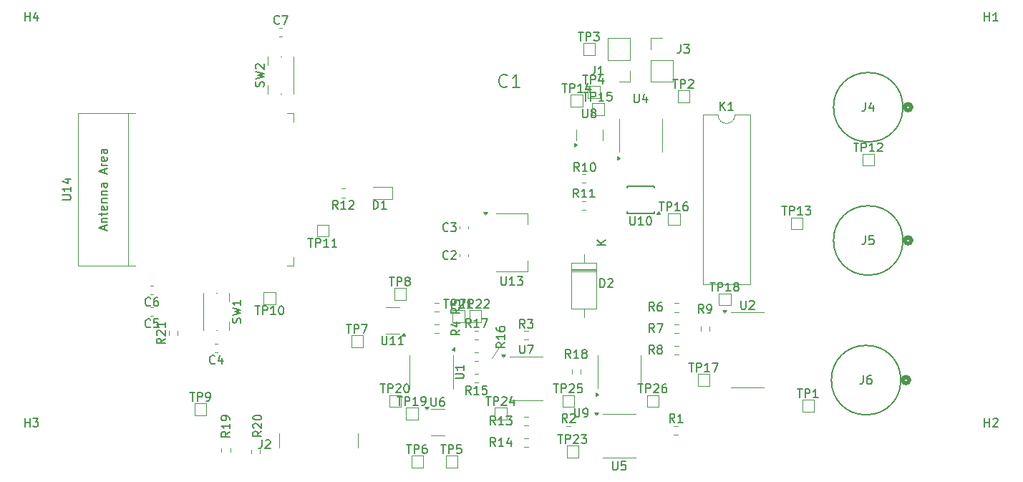
<source format=gbr>
%TF.GenerationSoftware,KiCad,Pcbnew,9.0.1-1.fc41*%
%TF.CreationDate,2025-04-10T23:58:52-07:00*%
%TF.ProjectId,Potentiostat KiCAD Prohject,506f7465-6e74-4696-9f73-746174204b69,rev?*%
%TF.SameCoordinates,Original*%
%TF.FileFunction,Legend,Top*%
%TF.FilePolarity,Positive*%
%FSLAX46Y46*%
G04 Gerber Fmt 4.6, Leading zero omitted, Abs format (unit mm)*
G04 Created by KiCad (PCBNEW 9.0.1-1.fc41) date 2025-04-10 23:58:52*
%MOMM*%
%LPD*%
G01*
G04 APERTURE LIST*
%ADD10C,0.100000*%
%ADD11C,0.150000*%
%ADD12C,0.120000*%
%ADD13C,0.152400*%
%ADD14C,0.508000*%
G04 APERTURE END LIST*
D10*
X176278169Y-93689800D02*
X175421027Y-94975514D01*
D11*
X120238095Y-55054819D02*
X120238095Y-54054819D01*
X120238095Y-54531009D02*
X120809523Y-54531009D01*
X120809523Y-55054819D02*
X120809523Y-54054819D01*
X121714285Y-54388152D02*
X121714285Y-55054819D01*
X121476190Y-54007200D02*
X121238095Y-54721485D01*
X121238095Y-54721485D02*
X121857142Y-54721485D01*
X120238095Y-103054819D02*
X120238095Y-102054819D01*
X120238095Y-102531009D02*
X120809523Y-102531009D01*
X120809523Y-103054819D02*
X120809523Y-102054819D01*
X121190476Y-102054819D02*
X121809523Y-102054819D01*
X121809523Y-102054819D02*
X121476190Y-102435771D01*
X121476190Y-102435771D02*
X121619047Y-102435771D01*
X121619047Y-102435771D02*
X121714285Y-102483390D01*
X121714285Y-102483390D02*
X121761904Y-102531009D01*
X121761904Y-102531009D02*
X121809523Y-102626247D01*
X121809523Y-102626247D02*
X121809523Y-102864342D01*
X121809523Y-102864342D02*
X121761904Y-102959580D01*
X121761904Y-102959580D02*
X121714285Y-103007200D01*
X121714285Y-103007200D02*
X121619047Y-103054819D01*
X121619047Y-103054819D02*
X121333333Y-103054819D01*
X121333333Y-103054819D02*
X121238095Y-103007200D01*
X121238095Y-103007200D02*
X121190476Y-102959580D01*
X233738095Y-103054819D02*
X233738095Y-102054819D01*
X233738095Y-102531009D02*
X234309523Y-102531009D01*
X234309523Y-103054819D02*
X234309523Y-102054819D01*
X234738095Y-102150057D02*
X234785714Y-102102438D01*
X234785714Y-102102438D02*
X234880952Y-102054819D01*
X234880952Y-102054819D02*
X235119047Y-102054819D01*
X235119047Y-102054819D02*
X235214285Y-102102438D01*
X235214285Y-102102438D02*
X235261904Y-102150057D01*
X235261904Y-102150057D02*
X235309523Y-102245295D01*
X235309523Y-102245295D02*
X235309523Y-102340533D01*
X235309523Y-102340533D02*
X235261904Y-102483390D01*
X235261904Y-102483390D02*
X234690476Y-103054819D01*
X234690476Y-103054819D02*
X235309523Y-103054819D01*
X233738095Y-55054819D02*
X233738095Y-54054819D01*
X233738095Y-54531009D02*
X234309523Y-54531009D01*
X234309523Y-55054819D02*
X234309523Y-54054819D01*
X235309523Y-55054819D02*
X234738095Y-55054819D01*
X235023809Y-55054819D02*
X235023809Y-54054819D01*
X235023809Y-54054819D02*
X234928571Y-54197676D01*
X234928571Y-54197676D02*
X234833333Y-54292914D01*
X234833333Y-54292914D02*
X234738095Y-54340533D01*
X148256666Y-104610819D02*
X148256666Y-105325104D01*
X148256666Y-105325104D02*
X148209047Y-105467961D01*
X148209047Y-105467961D02*
X148113809Y-105563200D01*
X148113809Y-105563200D02*
X147970952Y-105610819D01*
X147970952Y-105610819D02*
X147875714Y-105610819D01*
X148685238Y-104706057D02*
X148732857Y-104658438D01*
X148732857Y-104658438D02*
X148828095Y-104610819D01*
X148828095Y-104610819D02*
X149066190Y-104610819D01*
X149066190Y-104610819D02*
X149161428Y-104658438D01*
X149161428Y-104658438D02*
X149209047Y-104706057D01*
X149209047Y-104706057D02*
X149256666Y-104801295D01*
X149256666Y-104801295D02*
X149256666Y-104896533D01*
X149256666Y-104896533D02*
X149209047Y-105039390D01*
X149209047Y-105039390D02*
X148637619Y-105610819D01*
X148637619Y-105610819D02*
X149256666Y-105610819D01*
X202471905Y-65644819D02*
X202471905Y-64644819D01*
X203043333Y-65644819D02*
X202614762Y-65073390D01*
X203043333Y-64644819D02*
X202471905Y-65216247D01*
X203995714Y-65644819D02*
X203424286Y-65644819D01*
X203710000Y-65644819D02*
X203710000Y-64644819D01*
X203710000Y-64644819D02*
X203614762Y-64787676D01*
X203614762Y-64787676D02*
X203519524Y-64882914D01*
X203519524Y-64882914D02*
X203424286Y-64930533D01*
X145717200Y-90768332D02*
X145764819Y-90625475D01*
X145764819Y-90625475D02*
X145764819Y-90387380D01*
X145764819Y-90387380D02*
X145717200Y-90292142D01*
X145717200Y-90292142D02*
X145669580Y-90244523D01*
X145669580Y-90244523D02*
X145574342Y-90196904D01*
X145574342Y-90196904D02*
X145479104Y-90196904D01*
X145479104Y-90196904D02*
X145383866Y-90244523D01*
X145383866Y-90244523D02*
X145336247Y-90292142D01*
X145336247Y-90292142D02*
X145288628Y-90387380D01*
X145288628Y-90387380D02*
X145241009Y-90577856D01*
X145241009Y-90577856D02*
X145193390Y-90673094D01*
X145193390Y-90673094D02*
X145145771Y-90720713D01*
X145145771Y-90720713D02*
X145050533Y-90768332D01*
X145050533Y-90768332D02*
X144955295Y-90768332D01*
X144955295Y-90768332D02*
X144860057Y-90720713D01*
X144860057Y-90720713D02*
X144812438Y-90673094D01*
X144812438Y-90673094D02*
X144764819Y-90577856D01*
X144764819Y-90577856D02*
X144764819Y-90339761D01*
X144764819Y-90339761D02*
X144812438Y-90196904D01*
X144764819Y-89863570D02*
X145764819Y-89625475D01*
X145764819Y-89625475D02*
X145050533Y-89434999D01*
X145050533Y-89434999D02*
X145764819Y-89244523D01*
X145764819Y-89244523D02*
X144764819Y-89006428D01*
X145764819Y-88101666D02*
X145764819Y-88673094D01*
X145764819Y-88387380D02*
X144764819Y-88387380D01*
X144764819Y-88387380D02*
X144907676Y-88482618D01*
X144907676Y-88482618D02*
X145002914Y-88577856D01*
X145002914Y-88577856D02*
X145050533Y-88673094D01*
X148437200Y-62828332D02*
X148484819Y-62685475D01*
X148484819Y-62685475D02*
X148484819Y-62447380D01*
X148484819Y-62447380D02*
X148437200Y-62352142D01*
X148437200Y-62352142D02*
X148389580Y-62304523D01*
X148389580Y-62304523D02*
X148294342Y-62256904D01*
X148294342Y-62256904D02*
X148199104Y-62256904D01*
X148199104Y-62256904D02*
X148103866Y-62304523D01*
X148103866Y-62304523D02*
X148056247Y-62352142D01*
X148056247Y-62352142D02*
X148008628Y-62447380D01*
X148008628Y-62447380D02*
X147961009Y-62637856D01*
X147961009Y-62637856D02*
X147913390Y-62733094D01*
X147913390Y-62733094D02*
X147865771Y-62780713D01*
X147865771Y-62780713D02*
X147770533Y-62828332D01*
X147770533Y-62828332D02*
X147675295Y-62828332D01*
X147675295Y-62828332D02*
X147580057Y-62780713D01*
X147580057Y-62780713D02*
X147532438Y-62733094D01*
X147532438Y-62733094D02*
X147484819Y-62637856D01*
X147484819Y-62637856D02*
X147484819Y-62399761D01*
X147484819Y-62399761D02*
X147532438Y-62256904D01*
X147484819Y-61923570D02*
X148484819Y-61685475D01*
X148484819Y-61685475D02*
X147770533Y-61494999D01*
X147770533Y-61494999D02*
X148484819Y-61304523D01*
X148484819Y-61304523D02*
X147484819Y-61066428D01*
X147580057Y-60733094D02*
X147532438Y-60685475D01*
X147532438Y-60685475D02*
X147484819Y-60590237D01*
X147484819Y-60590237D02*
X147484819Y-60352142D01*
X147484819Y-60352142D02*
X147532438Y-60256904D01*
X147532438Y-60256904D02*
X147580057Y-60209285D01*
X147580057Y-60209285D02*
X147675295Y-60161666D01*
X147675295Y-60161666D02*
X147770533Y-60161666D01*
X147770533Y-60161666D02*
X147913390Y-60209285D01*
X147913390Y-60209285D02*
X148484819Y-60780713D01*
X148484819Y-60780713D02*
X148484819Y-60161666D01*
X124654819Y-76238094D02*
X125464342Y-76238094D01*
X125464342Y-76238094D02*
X125559580Y-76190475D01*
X125559580Y-76190475D02*
X125607200Y-76142856D01*
X125607200Y-76142856D02*
X125654819Y-76047618D01*
X125654819Y-76047618D02*
X125654819Y-75857142D01*
X125654819Y-75857142D02*
X125607200Y-75761904D01*
X125607200Y-75761904D02*
X125559580Y-75714285D01*
X125559580Y-75714285D02*
X125464342Y-75666666D01*
X125464342Y-75666666D02*
X124654819Y-75666666D01*
X125654819Y-74666666D02*
X125654819Y-75238094D01*
X125654819Y-74952380D02*
X124654819Y-74952380D01*
X124654819Y-74952380D02*
X124797676Y-75047618D01*
X124797676Y-75047618D02*
X124892914Y-75142856D01*
X124892914Y-75142856D02*
X124940533Y-75238094D01*
X124988152Y-73809523D02*
X125654819Y-73809523D01*
X124607200Y-74047618D02*
X125321485Y-74285713D01*
X125321485Y-74285713D02*
X125321485Y-73666666D01*
X129669104Y-79761905D02*
X129669104Y-79285715D01*
X129954819Y-79857143D02*
X128954819Y-79523810D01*
X128954819Y-79523810D02*
X129954819Y-79190477D01*
X129288152Y-78857143D02*
X129954819Y-78857143D01*
X129383390Y-78857143D02*
X129335771Y-78809524D01*
X129335771Y-78809524D02*
X129288152Y-78714286D01*
X129288152Y-78714286D02*
X129288152Y-78571429D01*
X129288152Y-78571429D02*
X129335771Y-78476191D01*
X129335771Y-78476191D02*
X129431009Y-78428572D01*
X129431009Y-78428572D02*
X129954819Y-78428572D01*
X129288152Y-78095238D02*
X129288152Y-77714286D01*
X128954819Y-77952381D02*
X129811961Y-77952381D01*
X129811961Y-77952381D02*
X129907200Y-77904762D01*
X129907200Y-77904762D02*
X129954819Y-77809524D01*
X129954819Y-77809524D02*
X129954819Y-77714286D01*
X129907200Y-77000000D02*
X129954819Y-77095238D01*
X129954819Y-77095238D02*
X129954819Y-77285714D01*
X129954819Y-77285714D02*
X129907200Y-77380952D01*
X129907200Y-77380952D02*
X129811961Y-77428571D01*
X129811961Y-77428571D02*
X129431009Y-77428571D01*
X129431009Y-77428571D02*
X129335771Y-77380952D01*
X129335771Y-77380952D02*
X129288152Y-77285714D01*
X129288152Y-77285714D02*
X129288152Y-77095238D01*
X129288152Y-77095238D02*
X129335771Y-77000000D01*
X129335771Y-77000000D02*
X129431009Y-76952381D01*
X129431009Y-76952381D02*
X129526247Y-76952381D01*
X129526247Y-76952381D02*
X129621485Y-77428571D01*
X129288152Y-76523809D02*
X129954819Y-76523809D01*
X129383390Y-76523809D02*
X129335771Y-76476190D01*
X129335771Y-76476190D02*
X129288152Y-76380952D01*
X129288152Y-76380952D02*
X129288152Y-76238095D01*
X129288152Y-76238095D02*
X129335771Y-76142857D01*
X129335771Y-76142857D02*
X129431009Y-76095238D01*
X129431009Y-76095238D02*
X129954819Y-76095238D01*
X129288152Y-75619047D02*
X129954819Y-75619047D01*
X129383390Y-75619047D02*
X129335771Y-75571428D01*
X129335771Y-75571428D02*
X129288152Y-75476190D01*
X129288152Y-75476190D02*
X129288152Y-75333333D01*
X129288152Y-75333333D02*
X129335771Y-75238095D01*
X129335771Y-75238095D02*
X129431009Y-75190476D01*
X129431009Y-75190476D02*
X129954819Y-75190476D01*
X129954819Y-74285714D02*
X129431009Y-74285714D01*
X129431009Y-74285714D02*
X129335771Y-74333333D01*
X129335771Y-74333333D02*
X129288152Y-74428571D01*
X129288152Y-74428571D02*
X129288152Y-74619047D01*
X129288152Y-74619047D02*
X129335771Y-74714285D01*
X129907200Y-74285714D02*
X129954819Y-74380952D01*
X129954819Y-74380952D02*
X129954819Y-74619047D01*
X129954819Y-74619047D02*
X129907200Y-74714285D01*
X129907200Y-74714285D02*
X129811961Y-74761904D01*
X129811961Y-74761904D02*
X129716723Y-74761904D01*
X129716723Y-74761904D02*
X129621485Y-74714285D01*
X129621485Y-74714285D02*
X129573866Y-74619047D01*
X129573866Y-74619047D02*
X129573866Y-74380952D01*
X129573866Y-74380952D02*
X129526247Y-74285714D01*
X129669104Y-73095237D02*
X129669104Y-72619047D01*
X129954819Y-73190475D02*
X128954819Y-72857142D01*
X128954819Y-72857142D02*
X129954819Y-72523809D01*
X129954819Y-72190475D02*
X129288152Y-72190475D01*
X129478628Y-72190475D02*
X129383390Y-72142856D01*
X129383390Y-72142856D02*
X129335771Y-72095237D01*
X129335771Y-72095237D02*
X129288152Y-71999999D01*
X129288152Y-71999999D02*
X129288152Y-71904761D01*
X129907200Y-71190475D02*
X129954819Y-71285713D01*
X129954819Y-71285713D02*
X129954819Y-71476189D01*
X129954819Y-71476189D02*
X129907200Y-71571427D01*
X129907200Y-71571427D02*
X129811961Y-71619046D01*
X129811961Y-71619046D02*
X129431009Y-71619046D01*
X129431009Y-71619046D02*
X129335771Y-71571427D01*
X129335771Y-71571427D02*
X129288152Y-71476189D01*
X129288152Y-71476189D02*
X129288152Y-71285713D01*
X129288152Y-71285713D02*
X129335771Y-71190475D01*
X129335771Y-71190475D02*
X129431009Y-71142856D01*
X129431009Y-71142856D02*
X129526247Y-71142856D01*
X129526247Y-71142856D02*
X129621485Y-71619046D01*
X129954819Y-70285713D02*
X129431009Y-70285713D01*
X129431009Y-70285713D02*
X129335771Y-70333332D01*
X129335771Y-70333332D02*
X129288152Y-70428570D01*
X129288152Y-70428570D02*
X129288152Y-70619046D01*
X129288152Y-70619046D02*
X129335771Y-70714284D01*
X129907200Y-70285713D02*
X129954819Y-70380951D01*
X129954819Y-70380951D02*
X129954819Y-70619046D01*
X129954819Y-70619046D02*
X129907200Y-70714284D01*
X129907200Y-70714284D02*
X129811961Y-70761903D01*
X129811961Y-70761903D02*
X129716723Y-70761903D01*
X129716723Y-70761903D02*
X129621485Y-70714284D01*
X129621485Y-70714284D02*
X129573866Y-70619046D01*
X129573866Y-70619046D02*
X129573866Y-70380951D01*
X129573866Y-70380951D02*
X129526247Y-70285713D01*
X135073333Y-91224580D02*
X135025714Y-91272200D01*
X135025714Y-91272200D02*
X134882857Y-91319819D01*
X134882857Y-91319819D02*
X134787619Y-91319819D01*
X134787619Y-91319819D02*
X134644762Y-91272200D01*
X134644762Y-91272200D02*
X134549524Y-91176961D01*
X134549524Y-91176961D02*
X134501905Y-91081723D01*
X134501905Y-91081723D02*
X134454286Y-90891247D01*
X134454286Y-90891247D02*
X134454286Y-90748390D01*
X134454286Y-90748390D02*
X134501905Y-90557914D01*
X134501905Y-90557914D02*
X134549524Y-90462676D01*
X134549524Y-90462676D02*
X134644762Y-90367438D01*
X134644762Y-90367438D02*
X134787619Y-90319819D01*
X134787619Y-90319819D02*
X134882857Y-90319819D01*
X134882857Y-90319819D02*
X135025714Y-90367438D01*
X135025714Y-90367438D02*
X135073333Y-90415057D01*
X135978095Y-90319819D02*
X135501905Y-90319819D01*
X135501905Y-90319819D02*
X135454286Y-90796009D01*
X135454286Y-90796009D02*
X135501905Y-90748390D01*
X135501905Y-90748390D02*
X135597143Y-90700771D01*
X135597143Y-90700771D02*
X135835238Y-90700771D01*
X135835238Y-90700771D02*
X135930476Y-90748390D01*
X135930476Y-90748390D02*
X135978095Y-90796009D01*
X135978095Y-90796009D02*
X136025714Y-90891247D01*
X136025714Y-90891247D02*
X136025714Y-91129342D01*
X136025714Y-91129342D02*
X135978095Y-91224580D01*
X135978095Y-91224580D02*
X135930476Y-91272200D01*
X135930476Y-91272200D02*
X135835238Y-91319819D01*
X135835238Y-91319819D02*
X135597143Y-91319819D01*
X135597143Y-91319819D02*
X135501905Y-91272200D01*
X135501905Y-91272200D02*
X135454286Y-91224580D01*
X147441905Y-88779819D02*
X148013333Y-88779819D01*
X147727619Y-89779819D02*
X147727619Y-88779819D01*
X148346667Y-89779819D02*
X148346667Y-88779819D01*
X148346667Y-88779819D02*
X148727619Y-88779819D01*
X148727619Y-88779819D02*
X148822857Y-88827438D01*
X148822857Y-88827438D02*
X148870476Y-88875057D01*
X148870476Y-88875057D02*
X148918095Y-88970295D01*
X148918095Y-88970295D02*
X148918095Y-89113152D01*
X148918095Y-89113152D02*
X148870476Y-89208390D01*
X148870476Y-89208390D02*
X148822857Y-89256009D01*
X148822857Y-89256009D02*
X148727619Y-89303628D01*
X148727619Y-89303628D02*
X148346667Y-89303628D01*
X149870476Y-89779819D02*
X149299048Y-89779819D01*
X149584762Y-89779819D02*
X149584762Y-88779819D01*
X149584762Y-88779819D02*
X149489524Y-88922676D01*
X149489524Y-88922676D02*
X149394286Y-89017914D01*
X149394286Y-89017914D02*
X149299048Y-89065533D01*
X150489524Y-88779819D02*
X150584762Y-88779819D01*
X150584762Y-88779819D02*
X150680000Y-88827438D01*
X150680000Y-88827438D02*
X150727619Y-88875057D01*
X150727619Y-88875057D02*
X150775238Y-88970295D01*
X150775238Y-88970295D02*
X150822857Y-89160771D01*
X150822857Y-89160771D02*
X150822857Y-89398866D01*
X150822857Y-89398866D02*
X150775238Y-89589342D01*
X150775238Y-89589342D02*
X150727619Y-89684580D01*
X150727619Y-89684580D02*
X150680000Y-89732200D01*
X150680000Y-89732200D02*
X150584762Y-89779819D01*
X150584762Y-89779819D02*
X150489524Y-89779819D01*
X150489524Y-89779819D02*
X150394286Y-89732200D01*
X150394286Y-89732200D02*
X150346667Y-89684580D01*
X150346667Y-89684580D02*
X150299048Y-89589342D01*
X150299048Y-89589342D02*
X150251429Y-89398866D01*
X150251429Y-89398866D02*
X150251429Y-89160771D01*
X150251429Y-89160771D02*
X150299048Y-88970295D01*
X150299048Y-88970295D02*
X150346667Y-88875057D01*
X150346667Y-88875057D02*
X150394286Y-88827438D01*
X150394286Y-88827438D02*
X150489524Y-88779819D01*
X135073333Y-88684580D02*
X135025714Y-88732200D01*
X135025714Y-88732200D02*
X134882857Y-88779819D01*
X134882857Y-88779819D02*
X134787619Y-88779819D01*
X134787619Y-88779819D02*
X134644762Y-88732200D01*
X134644762Y-88732200D02*
X134549524Y-88636961D01*
X134549524Y-88636961D02*
X134501905Y-88541723D01*
X134501905Y-88541723D02*
X134454286Y-88351247D01*
X134454286Y-88351247D02*
X134454286Y-88208390D01*
X134454286Y-88208390D02*
X134501905Y-88017914D01*
X134501905Y-88017914D02*
X134549524Y-87922676D01*
X134549524Y-87922676D02*
X134644762Y-87827438D01*
X134644762Y-87827438D02*
X134787619Y-87779819D01*
X134787619Y-87779819D02*
X134882857Y-87779819D01*
X134882857Y-87779819D02*
X135025714Y-87827438D01*
X135025714Y-87827438D02*
X135073333Y-87875057D01*
X135930476Y-87779819D02*
X135740000Y-87779819D01*
X135740000Y-87779819D02*
X135644762Y-87827438D01*
X135644762Y-87827438D02*
X135597143Y-87875057D01*
X135597143Y-87875057D02*
X135501905Y-88017914D01*
X135501905Y-88017914D02*
X135454286Y-88208390D01*
X135454286Y-88208390D02*
X135454286Y-88589342D01*
X135454286Y-88589342D02*
X135501905Y-88684580D01*
X135501905Y-88684580D02*
X135549524Y-88732200D01*
X135549524Y-88732200D02*
X135644762Y-88779819D01*
X135644762Y-88779819D02*
X135835238Y-88779819D01*
X135835238Y-88779819D02*
X135930476Y-88732200D01*
X135930476Y-88732200D02*
X135978095Y-88684580D01*
X135978095Y-88684580D02*
X136025714Y-88589342D01*
X136025714Y-88589342D02*
X136025714Y-88351247D01*
X136025714Y-88351247D02*
X135978095Y-88256009D01*
X135978095Y-88256009D02*
X135930476Y-88208390D01*
X135930476Y-88208390D02*
X135835238Y-88160771D01*
X135835238Y-88160771D02*
X135644762Y-88160771D01*
X135644762Y-88160771D02*
X135549524Y-88208390D01*
X135549524Y-88208390D02*
X135501905Y-88256009D01*
X135501905Y-88256009D02*
X135454286Y-88351247D01*
X157242142Y-77309819D02*
X156908809Y-76833628D01*
X156670714Y-77309819D02*
X156670714Y-76309819D01*
X156670714Y-76309819D02*
X157051666Y-76309819D01*
X157051666Y-76309819D02*
X157146904Y-76357438D01*
X157146904Y-76357438D02*
X157194523Y-76405057D01*
X157194523Y-76405057D02*
X157242142Y-76500295D01*
X157242142Y-76500295D02*
X157242142Y-76643152D01*
X157242142Y-76643152D02*
X157194523Y-76738390D01*
X157194523Y-76738390D02*
X157146904Y-76786009D01*
X157146904Y-76786009D02*
X157051666Y-76833628D01*
X157051666Y-76833628D02*
X156670714Y-76833628D01*
X158194523Y-77309819D02*
X157623095Y-77309819D01*
X157908809Y-77309819D02*
X157908809Y-76309819D01*
X157908809Y-76309819D02*
X157813571Y-76452676D01*
X157813571Y-76452676D02*
X157718333Y-76547914D01*
X157718333Y-76547914D02*
X157623095Y-76595533D01*
X158575476Y-76405057D02*
X158623095Y-76357438D01*
X158623095Y-76357438D02*
X158718333Y-76309819D01*
X158718333Y-76309819D02*
X158956428Y-76309819D01*
X158956428Y-76309819D02*
X159051666Y-76357438D01*
X159051666Y-76357438D02*
X159099285Y-76405057D01*
X159099285Y-76405057D02*
X159146904Y-76500295D01*
X159146904Y-76500295D02*
X159146904Y-76595533D01*
X159146904Y-76595533D02*
X159099285Y-76738390D01*
X159099285Y-76738390D02*
X158527857Y-77309819D01*
X158527857Y-77309819D02*
X159146904Y-77309819D01*
X161439405Y-77309819D02*
X161439405Y-76309819D01*
X161439405Y-76309819D02*
X161677500Y-76309819D01*
X161677500Y-76309819D02*
X161820357Y-76357438D01*
X161820357Y-76357438D02*
X161915595Y-76452676D01*
X161915595Y-76452676D02*
X161963214Y-76547914D01*
X161963214Y-76547914D02*
X162010833Y-76738390D01*
X162010833Y-76738390D02*
X162010833Y-76881247D01*
X162010833Y-76881247D02*
X161963214Y-77071723D01*
X161963214Y-77071723D02*
X161915595Y-77166961D01*
X161915595Y-77166961D02*
X161820357Y-77262200D01*
X161820357Y-77262200D02*
X161677500Y-77309819D01*
X161677500Y-77309819D02*
X161439405Y-77309819D01*
X162963214Y-77309819D02*
X162391786Y-77309819D01*
X162677500Y-77309819D02*
X162677500Y-76309819D01*
X162677500Y-76309819D02*
X162582262Y-76452676D01*
X162582262Y-76452676D02*
X162487024Y-76547914D01*
X162487024Y-76547914D02*
X162391786Y-76595533D01*
X142693333Y-95529580D02*
X142645714Y-95577200D01*
X142645714Y-95577200D02*
X142502857Y-95624819D01*
X142502857Y-95624819D02*
X142407619Y-95624819D01*
X142407619Y-95624819D02*
X142264762Y-95577200D01*
X142264762Y-95577200D02*
X142169524Y-95481961D01*
X142169524Y-95481961D02*
X142121905Y-95386723D01*
X142121905Y-95386723D02*
X142074286Y-95196247D01*
X142074286Y-95196247D02*
X142074286Y-95053390D01*
X142074286Y-95053390D02*
X142121905Y-94862914D01*
X142121905Y-94862914D02*
X142169524Y-94767676D01*
X142169524Y-94767676D02*
X142264762Y-94672438D01*
X142264762Y-94672438D02*
X142407619Y-94624819D01*
X142407619Y-94624819D02*
X142502857Y-94624819D01*
X142502857Y-94624819D02*
X142645714Y-94672438D01*
X142645714Y-94672438D02*
X142693333Y-94720057D01*
X143550476Y-94958152D02*
X143550476Y-95624819D01*
X143312381Y-94577200D02*
X143074286Y-95291485D01*
X143074286Y-95291485D02*
X143693333Y-95291485D01*
X153721905Y-80787819D02*
X154293333Y-80787819D01*
X154007619Y-81787819D02*
X154007619Y-80787819D01*
X154626667Y-81787819D02*
X154626667Y-80787819D01*
X154626667Y-80787819D02*
X155007619Y-80787819D01*
X155007619Y-80787819D02*
X155102857Y-80835438D01*
X155102857Y-80835438D02*
X155150476Y-80883057D01*
X155150476Y-80883057D02*
X155198095Y-80978295D01*
X155198095Y-80978295D02*
X155198095Y-81121152D01*
X155198095Y-81121152D02*
X155150476Y-81216390D01*
X155150476Y-81216390D02*
X155102857Y-81264009D01*
X155102857Y-81264009D02*
X155007619Y-81311628D01*
X155007619Y-81311628D02*
X154626667Y-81311628D01*
X156150476Y-81787819D02*
X155579048Y-81787819D01*
X155864762Y-81787819D02*
X155864762Y-80787819D01*
X155864762Y-80787819D02*
X155769524Y-80930676D01*
X155769524Y-80930676D02*
X155674286Y-81025914D01*
X155674286Y-81025914D02*
X155579048Y-81073533D01*
X157102857Y-81787819D02*
X156531429Y-81787819D01*
X156817143Y-81787819D02*
X156817143Y-80787819D01*
X156817143Y-80787819D02*
X156721905Y-80930676D01*
X156721905Y-80930676D02*
X156626667Y-81025914D01*
X156626667Y-81025914D02*
X156531429Y-81073533D01*
X136804819Y-92617857D02*
X136328628Y-92951190D01*
X136804819Y-93189285D02*
X135804819Y-93189285D01*
X135804819Y-93189285D02*
X135804819Y-92808333D01*
X135804819Y-92808333D02*
X135852438Y-92713095D01*
X135852438Y-92713095D02*
X135900057Y-92665476D01*
X135900057Y-92665476D02*
X135995295Y-92617857D01*
X135995295Y-92617857D02*
X136138152Y-92617857D01*
X136138152Y-92617857D02*
X136233390Y-92665476D01*
X136233390Y-92665476D02*
X136281009Y-92713095D01*
X136281009Y-92713095D02*
X136328628Y-92808333D01*
X136328628Y-92808333D02*
X136328628Y-93189285D01*
X135900057Y-92236904D02*
X135852438Y-92189285D01*
X135852438Y-92189285D02*
X135804819Y-92094047D01*
X135804819Y-92094047D02*
X135804819Y-91855952D01*
X135804819Y-91855952D02*
X135852438Y-91760714D01*
X135852438Y-91760714D02*
X135900057Y-91713095D01*
X135900057Y-91713095D02*
X135995295Y-91665476D01*
X135995295Y-91665476D02*
X136090533Y-91665476D01*
X136090533Y-91665476D02*
X136233390Y-91713095D01*
X136233390Y-91713095D02*
X136804819Y-92284523D01*
X136804819Y-92284523D02*
X136804819Y-91665476D01*
X136804819Y-90713095D02*
X136804819Y-91284523D01*
X136804819Y-90998809D02*
X135804819Y-90998809D01*
X135804819Y-90998809D02*
X135947676Y-91094047D01*
X135947676Y-91094047D02*
X136042914Y-91189285D01*
X136042914Y-91189285D02*
X136090533Y-91284523D01*
X198761905Y-95506819D02*
X199333333Y-95506819D01*
X199047619Y-96506819D02*
X199047619Y-95506819D01*
X199666667Y-96506819D02*
X199666667Y-95506819D01*
X199666667Y-95506819D02*
X200047619Y-95506819D01*
X200047619Y-95506819D02*
X200142857Y-95554438D01*
X200142857Y-95554438D02*
X200190476Y-95602057D01*
X200190476Y-95602057D02*
X200238095Y-95697295D01*
X200238095Y-95697295D02*
X200238095Y-95840152D01*
X200238095Y-95840152D02*
X200190476Y-95935390D01*
X200190476Y-95935390D02*
X200142857Y-95983009D01*
X200142857Y-95983009D02*
X200047619Y-96030628D01*
X200047619Y-96030628D02*
X199666667Y-96030628D01*
X201190476Y-96506819D02*
X200619048Y-96506819D01*
X200904762Y-96506819D02*
X200904762Y-95506819D01*
X200904762Y-95506819D02*
X200809524Y-95649676D01*
X200809524Y-95649676D02*
X200714286Y-95744914D01*
X200714286Y-95744914D02*
X200619048Y-95792533D01*
X201523810Y-95506819D02*
X202190476Y-95506819D01*
X202190476Y-95506819D02*
X201761905Y-96506819D01*
X169761905Y-88006819D02*
X170333333Y-88006819D01*
X170047619Y-89006819D02*
X170047619Y-88006819D01*
X170666667Y-89006819D02*
X170666667Y-88006819D01*
X170666667Y-88006819D02*
X171047619Y-88006819D01*
X171047619Y-88006819D02*
X171142857Y-88054438D01*
X171142857Y-88054438D02*
X171190476Y-88102057D01*
X171190476Y-88102057D02*
X171238095Y-88197295D01*
X171238095Y-88197295D02*
X171238095Y-88340152D01*
X171238095Y-88340152D02*
X171190476Y-88435390D01*
X171190476Y-88435390D02*
X171142857Y-88483009D01*
X171142857Y-88483009D02*
X171047619Y-88530628D01*
X171047619Y-88530628D02*
X170666667Y-88530628D01*
X171619048Y-88102057D02*
X171666667Y-88054438D01*
X171666667Y-88054438D02*
X171761905Y-88006819D01*
X171761905Y-88006819D02*
X172000000Y-88006819D01*
X172000000Y-88006819D02*
X172095238Y-88054438D01*
X172095238Y-88054438D02*
X172142857Y-88102057D01*
X172142857Y-88102057D02*
X172190476Y-88197295D01*
X172190476Y-88197295D02*
X172190476Y-88292533D01*
X172190476Y-88292533D02*
X172142857Y-88435390D01*
X172142857Y-88435390D02*
X171571429Y-89006819D01*
X171571429Y-89006819D02*
X172190476Y-89006819D01*
X173142857Y-89006819D02*
X172571429Y-89006819D01*
X172857143Y-89006819D02*
X172857143Y-88006819D01*
X172857143Y-88006819D02*
X172761905Y-88149676D01*
X172761905Y-88149676D02*
X172666667Y-88244914D01*
X172666667Y-88244914D02*
X172571429Y-88292533D01*
X182761905Y-98006819D02*
X183333333Y-98006819D01*
X183047619Y-99006819D02*
X183047619Y-98006819D01*
X183666667Y-99006819D02*
X183666667Y-98006819D01*
X183666667Y-98006819D02*
X184047619Y-98006819D01*
X184047619Y-98006819D02*
X184142857Y-98054438D01*
X184142857Y-98054438D02*
X184190476Y-98102057D01*
X184190476Y-98102057D02*
X184238095Y-98197295D01*
X184238095Y-98197295D02*
X184238095Y-98340152D01*
X184238095Y-98340152D02*
X184190476Y-98435390D01*
X184190476Y-98435390D02*
X184142857Y-98483009D01*
X184142857Y-98483009D02*
X184047619Y-98530628D01*
X184047619Y-98530628D02*
X183666667Y-98530628D01*
X184619048Y-98102057D02*
X184666667Y-98054438D01*
X184666667Y-98054438D02*
X184761905Y-98006819D01*
X184761905Y-98006819D02*
X185000000Y-98006819D01*
X185000000Y-98006819D02*
X185095238Y-98054438D01*
X185095238Y-98054438D02*
X185142857Y-98102057D01*
X185142857Y-98102057D02*
X185190476Y-98197295D01*
X185190476Y-98197295D02*
X185190476Y-98292533D01*
X185190476Y-98292533D02*
X185142857Y-98435390D01*
X185142857Y-98435390D02*
X184571429Y-99006819D01*
X184571429Y-99006819D02*
X185190476Y-99006819D01*
X186095238Y-98006819D02*
X185619048Y-98006819D01*
X185619048Y-98006819D02*
X185571429Y-98483009D01*
X185571429Y-98483009D02*
X185619048Y-98435390D01*
X185619048Y-98435390D02*
X185714286Y-98387771D01*
X185714286Y-98387771D02*
X185952381Y-98387771D01*
X185952381Y-98387771D02*
X186047619Y-98435390D01*
X186047619Y-98435390D02*
X186095238Y-98483009D01*
X186095238Y-98483009D02*
X186142857Y-98578247D01*
X186142857Y-98578247D02*
X186142857Y-98816342D01*
X186142857Y-98816342D02*
X186095238Y-98911580D01*
X186095238Y-98911580D02*
X186047619Y-98959200D01*
X186047619Y-98959200D02*
X185952381Y-99006819D01*
X185952381Y-99006819D02*
X185714286Y-99006819D01*
X185714286Y-99006819D02*
X185619048Y-98959200D01*
X185619048Y-98959200D02*
X185571429Y-98911580D01*
X185696142Y-75922319D02*
X185362809Y-75446128D01*
X185124714Y-75922319D02*
X185124714Y-74922319D01*
X185124714Y-74922319D02*
X185505666Y-74922319D01*
X185505666Y-74922319D02*
X185600904Y-74969938D01*
X185600904Y-74969938D02*
X185648523Y-75017557D01*
X185648523Y-75017557D02*
X185696142Y-75112795D01*
X185696142Y-75112795D02*
X185696142Y-75255652D01*
X185696142Y-75255652D02*
X185648523Y-75350890D01*
X185648523Y-75350890D02*
X185600904Y-75398509D01*
X185600904Y-75398509D02*
X185505666Y-75446128D01*
X185505666Y-75446128D02*
X185124714Y-75446128D01*
X186648523Y-75922319D02*
X186077095Y-75922319D01*
X186362809Y-75922319D02*
X186362809Y-74922319D01*
X186362809Y-74922319D02*
X186267571Y-75065176D01*
X186267571Y-75065176D02*
X186172333Y-75160414D01*
X186172333Y-75160414D02*
X186077095Y-75208033D01*
X187600904Y-75922319D02*
X187029476Y-75922319D01*
X187315190Y-75922319D02*
X187315190Y-74922319D01*
X187315190Y-74922319D02*
X187219952Y-75065176D01*
X187219952Y-75065176D02*
X187124714Y-75160414D01*
X187124714Y-75160414D02*
X187029476Y-75208033D01*
X171650819Y-89066666D02*
X171174628Y-89399999D01*
X171650819Y-89638094D02*
X170650819Y-89638094D01*
X170650819Y-89638094D02*
X170650819Y-89257142D01*
X170650819Y-89257142D02*
X170698438Y-89161904D01*
X170698438Y-89161904D02*
X170746057Y-89114285D01*
X170746057Y-89114285D02*
X170841295Y-89066666D01*
X170841295Y-89066666D02*
X170984152Y-89066666D01*
X170984152Y-89066666D02*
X171079390Y-89114285D01*
X171079390Y-89114285D02*
X171127009Y-89161904D01*
X171127009Y-89161904D02*
X171174628Y-89257142D01*
X171174628Y-89257142D02*
X171174628Y-89638094D01*
X170650819Y-88161904D02*
X170650819Y-88638094D01*
X170650819Y-88638094D02*
X171127009Y-88685713D01*
X171127009Y-88685713D02*
X171079390Y-88638094D01*
X171079390Y-88638094D02*
X171031771Y-88542856D01*
X171031771Y-88542856D02*
X171031771Y-88304761D01*
X171031771Y-88304761D02*
X171079390Y-88209523D01*
X171079390Y-88209523D02*
X171127009Y-88161904D01*
X171127009Y-88161904D02*
X171222247Y-88114285D01*
X171222247Y-88114285D02*
X171460342Y-88114285D01*
X171460342Y-88114285D02*
X171555580Y-88161904D01*
X171555580Y-88161904D02*
X171603200Y-88209523D01*
X171603200Y-88209523D02*
X171650819Y-88304761D01*
X171650819Y-88304761D02*
X171650819Y-88542856D01*
X171650819Y-88542856D02*
X171603200Y-88638094D01*
X171603200Y-88638094D02*
X171555580Y-88685713D01*
X184777142Y-94942819D02*
X184443809Y-94466628D01*
X184205714Y-94942819D02*
X184205714Y-93942819D01*
X184205714Y-93942819D02*
X184586666Y-93942819D01*
X184586666Y-93942819D02*
X184681904Y-93990438D01*
X184681904Y-93990438D02*
X184729523Y-94038057D01*
X184729523Y-94038057D02*
X184777142Y-94133295D01*
X184777142Y-94133295D02*
X184777142Y-94276152D01*
X184777142Y-94276152D02*
X184729523Y-94371390D01*
X184729523Y-94371390D02*
X184681904Y-94419009D01*
X184681904Y-94419009D02*
X184586666Y-94466628D01*
X184586666Y-94466628D02*
X184205714Y-94466628D01*
X185729523Y-94942819D02*
X185158095Y-94942819D01*
X185443809Y-94942819D02*
X185443809Y-93942819D01*
X185443809Y-93942819D02*
X185348571Y-94085676D01*
X185348571Y-94085676D02*
X185253333Y-94180914D01*
X185253333Y-94180914D02*
X185158095Y-94228533D01*
X186300952Y-94371390D02*
X186205714Y-94323771D01*
X186205714Y-94323771D02*
X186158095Y-94276152D01*
X186158095Y-94276152D02*
X186110476Y-94180914D01*
X186110476Y-94180914D02*
X186110476Y-94133295D01*
X186110476Y-94133295D02*
X186158095Y-94038057D01*
X186158095Y-94038057D02*
X186205714Y-93990438D01*
X186205714Y-93990438D02*
X186300952Y-93942819D01*
X186300952Y-93942819D02*
X186491428Y-93942819D01*
X186491428Y-93942819D02*
X186586666Y-93990438D01*
X186586666Y-93990438D02*
X186634285Y-94038057D01*
X186634285Y-94038057D02*
X186681904Y-94133295D01*
X186681904Y-94133295D02*
X186681904Y-94180914D01*
X186681904Y-94180914D02*
X186634285Y-94276152D01*
X186634285Y-94276152D02*
X186586666Y-94323771D01*
X186586666Y-94323771D02*
X186491428Y-94371390D01*
X186491428Y-94371390D02*
X186300952Y-94371390D01*
X186300952Y-94371390D02*
X186205714Y-94419009D01*
X186205714Y-94419009D02*
X186158095Y-94466628D01*
X186158095Y-94466628D02*
X186110476Y-94561866D01*
X186110476Y-94561866D02*
X186110476Y-94752342D01*
X186110476Y-94752342D02*
X186158095Y-94847580D01*
X186158095Y-94847580D02*
X186205714Y-94895200D01*
X186205714Y-94895200D02*
X186300952Y-94942819D01*
X186300952Y-94942819D02*
X186491428Y-94942819D01*
X186491428Y-94942819D02*
X186586666Y-94895200D01*
X186586666Y-94895200D02*
X186634285Y-94847580D01*
X186634285Y-94847580D02*
X186681904Y-94752342D01*
X186681904Y-94752342D02*
X186681904Y-94561866D01*
X186681904Y-94561866D02*
X186634285Y-94466628D01*
X186634285Y-94466628D02*
X186586666Y-94419009D01*
X186586666Y-94419009D02*
X186491428Y-94371390D01*
X219630666Y-80480819D02*
X219630666Y-81195104D01*
X219630666Y-81195104D02*
X219583047Y-81337961D01*
X219583047Y-81337961D02*
X219487809Y-81433200D01*
X219487809Y-81433200D02*
X219344952Y-81480819D01*
X219344952Y-81480819D02*
X219249714Y-81480819D01*
X220583047Y-80480819D02*
X220106857Y-80480819D01*
X220106857Y-80480819D02*
X220059238Y-80957009D01*
X220059238Y-80957009D02*
X220106857Y-80909390D01*
X220106857Y-80909390D02*
X220202095Y-80861771D01*
X220202095Y-80861771D02*
X220440190Y-80861771D01*
X220440190Y-80861771D02*
X220535428Y-80909390D01*
X220535428Y-80909390D02*
X220583047Y-80957009D01*
X220583047Y-80957009D02*
X220630666Y-81052247D01*
X220630666Y-81052247D02*
X220630666Y-81290342D01*
X220630666Y-81290342D02*
X220583047Y-81385580D01*
X220583047Y-81385580D02*
X220535428Y-81433200D01*
X220535428Y-81433200D02*
X220440190Y-81480819D01*
X220440190Y-81480819D02*
X220202095Y-81480819D01*
X220202095Y-81480819D02*
X220106857Y-81433200D01*
X220106857Y-81433200D02*
X220059238Y-81385580D01*
X158250095Y-90970819D02*
X158821523Y-90970819D01*
X158535809Y-91970819D02*
X158535809Y-90970819D01*
X159154857Y-91970819D02*
X159154857Y-90970819D01*
X159154857Y-90970819D02*
X159535809Y-90970819D01*
X159535809Y-90970819D02*
X159631047Y-91018438D01*
X159631047Y-91018438D02*
X159678666Y-91066057D01*
X159678666Y-91066057D02*
X159726285Y-91161295D01*
X159726285Y-91161295D02*
X159726285Y-91304152D01*
X159726285Y-91304152D02*
X159678666Y-91399390D01*
X159678666Y-91399390D02*
X159631047Y-91447009D01*
X159631047Y-91447009D02*
X159535809Y-91494628D01*
X159535809Y-91494628D02*
X159154857Y-91494628D01*
X160059619Y-90970819D02*
X160726285Y-90970819D01*
X160726285Y-90970819D02*
X160297714Y-91970819D01*
X187626666Y-60414819D02*
X187626666Y-61129104D01*
X187626666Y-61129104D02*
X187579047Y-61271961D01*
X187579047Y-61271961D02*
X187483809Y-61367200D01*
X187483809Y-61367200D02*
X187340952Y-61414819D01*
X187340952Y-61414819D02*
X187245714Y-61414819D01*
X188626666Y-61414819D02*
X188055238Y-61414819D01*
X188340952Y-61414819D02*
X188340952Y-60414819D01*
X188340952Y-60414819D02*
X188245714Y-60557676D01*
X188245714Y-60557676D02*
X188150476Y-60652914D01*
X188150476Y-60652914D02*
X188055238Y-60700533D01*
X175887142Y-102816819D02*
X175553809Y-102340628D01*
X175315714Y-102816819D02*
X175315714Y-101816819D01*
X175315714Y-101816819D02*
X175696666Y-101816819D01*
X175696666Y-101816819D02*
X175791904Y-101864438D01*
X175791904Y-101864438D02*
X175839523Y-101912057D01*
X175839523Y-101912057D02*
X175887142Y-102007295D01*
X175887142Y-102007295D02*
X175887142Y-102150152D01*
X175887142Y-102150152D02*
X175839523Y-102245390D01*
X175839523Y-102245390D02*
X175791904Y-102293009D01*
X175791904Y-102293009D02*
X175696666Y-102340628D01*
X175696666Y-102340628D02*
X175315714Y-102340628D01*
X176839523Y-102816819D02*
X176268095Y-102816819D01*
X176553809Y-102816819D02*
X176553809Y-101816819D01*
X176553809Y-101816819D02*
X176458571Y-101959676D01*
X176458571Y-101959676D02*
X176363333Y-102054914D01*
X176363333Y-102054914D02*
X176268095Y-102102533D01*
X177172857Y-101816819D02*
X177791904Y-101816819D01*
X177791904Y-101816819D02*
X177458571Y-102197771D01*
X177458571Y-102197771D02*
X177601428Y-102197771D01*
X177601428Y-102197771D02*
X177696666Y-102245390D01*
X177696666Y-102245390D02*
X177744285Y-102293009D01*
X177744285Y-102293009D02*
X177791904Y-102388247D01*
X177791904Y-102388247D02*
X177791904Y-102626342D01*
X177791904Y-102626342D02*
X177744285Y-102721580D01*
X177744285Y-102721580D02*
X177696666Y-102769200D01*
X177696666Y-102769200D02*
X177601428Y-102816819D01*
X177601428Y-102816819D02*
X177315714Y-102816819D01*
X177315714Y-102816819D02*
X177220476Y-102769200D01*
X177220476Y-102769200D02*
X177172857Y-102721580D01*
X186238095Y-61506819D02*
X186809523Y-61506819D01*
X186523809Y-62506819D02*
X186523809Y-61506819D01*
X187142857Y-62506819D02*
X187142857Y-61506819D01*
X187142857Y-61506819D02*
X187523809Y-61506819D01*
X187523809Y-61506819D02*
X187619047Y-61554438D01*
X187619047Y-61554438D02*
X187666666Y-61602057D01*
X187666666Y-61602057D02*
X187714285Y-61697295D01*
X187714285Y-61697295D02*
X187714285Y-61840152D01*
X187714285Y-61840152D02*
X187666666Y-61935390D01*
X187666666Y-61935390D02*
X187619047Y-61983009D01*
X187619047Y-61983009D02*
X187523809Y-62030628D01*
X187523809Y-62030628D02*
X187142857Y-62030628D01*
X188571428Y-61840152D02*
X188571428Y-62506819D01*
X188333333Y-61459200D02*
X188095238Y-62173485D01*
X188095238Y-62173485D02*
X188714285Y-62173485D01*
X139738095Y-99006819D02*
X140309523Y-99006819D01*
X140023809Y-100006819D02*
X140023809Y-99006819D01*
X140642857Y-100006819D02*
X140642857Y-99006819D01*
X140642857Y-99006819D02*
X141023809Y-99006819D01*
X141023809Y-99006819D02*
X141119047Y-99054438D01*
X141119047Y-99054438D02*
X141166666Y-99102057D01*
X141166666Y-99102057D02*
X141214285Y-99197295D01*
X141214285Y-99197295D02*
X141214285Y-99340152D01*
X141214285Y-99340152D02*
X141166666Y-99435390D01*
X141166666Y-99435390D02*
X141119047Y-99483009D01*
X141119047Y-99483009D02*
X141023809Y-99530628D01*
X141023809Y-99530628D02*
X140642857Y-99530628D01*
X141690476Y-100006819D02*
X141880952Y-100006819D01*
X141880952Y-100006819D02*
X141976190Y-99959200D01*
X141976190Y-99959200D02*
X142023809Y-99911580D01*
X142023809Y-99911580D02*
X142119047Y-99768723D01*
X142119047Y-99768723D02*
X142166666Y-99578247D01*
X142166666Y-99578247D02*
X142166666Y-99197295D01*
X142166666Y-99197295D02*
X142119047Y-99102057D01*
X142119047Y-99102057D02*
X142071428Y-99054438D01*
X142071428Y-99054438D02*
X141976190Y-99006819D01*
X141976190Y-99006819D02*
X141785714Y-99006819D01*
X141785714Y-99006819D02*
X141690476Y-99054438D01*
X141690476Y-99054438D02*
X141642857Y-99102057D01*
X141642857Y-99102057D02*
X141595238Y-99197295D01*
X141595238Y-99197295D02*
X141595238Y-99435390D01*
X141595238Y-99435390D02*
X141642857Y-99530628D01*
X141642857Y-99530628D02*
X141690476Y-99578247D01*
X141690476Y-99578247D02*
X141785714Y-99625866D01*
X141785714Y-99625866D02*
X141976190Y-99625866D01*
X141976190Y-99625866D02*
X142071428Y-99578247D01*
X142071428Y-99578247D02*
X142119047Y-99530628D01*
X142119047Y-99530628D02*
X142166666Y-99435390D01*
X192761905Y-98006819D02*
X193333333Y-98006819D01*
X193047619Y-99006819D02*
X193047619Y-98006819D01*
X193666667Y-99006819D02*
X193666667Y-98006819D01*
X193666667Y-98006819D02*
X194047619Y-98006819D01*
X194047619Y-98006819D02*
X194142857Y-98054438D01*
X194142857Y-98054438D02*
X194190476Y-98102057D01*
X194190476Y-98102057D02*
X194238095Y-98197295D01*
X194238095Y-98197295D02*
X194238095Y-98340152D01*
X194238095Y-98340152D02*
X194190476Y-98435390D01*
X194190476Y-98435390D02*
X194142857Y-98483009D01*
X194142857Y-98483009D02*
X194047619Y-98530628D01*
X194047619Y-98530628D02*
X193666667Y-98530628D01*
X194619048Y-98102057D02*
X194666667Y-98054438D01*
X194666667Y-98054438D02*
X194761905Y-98006819D01*
X194761905Y-98006819D02*
X195000000Y-98006819D01*
X195000000Y-98006819D02*
X195095238Y-98054438D01*
X195095238Y-98054438D02*
X195142857Y-98102057D01*
X195142857Y-98102057D02*
X195190476Y-98197295D01*
X195190476Y-98197295D02*
X195190476Y-98292533D01*
X195190476Y-98292533D02*
X195142857Y-98435390D01*
X195142857Y-98435390D02*
X194571429Y-99006819D01*
X194571429Y-99006819D02*
X195190476Y-99006819D01*
X196047619Y-98006819D02*
X195857143Y-98006819D01*
X195857143Y-98006819D02*
X195761905Y-98054438D01*
X195761905Y-98054438D02*
X195714286Y-98102057D01*
X195714286Y-98102057D02*
X195619048Y-98244914D01*
X195619048Y-98244914D02*
X195571429Y-98435390D01*
X195571429Y-98435390D02*
X195571429Y-98816342D01*
X195571429Y-98816342D02*
X195619048Y-98911580D01*
X195619048Y-98911580D02*
X195666667Y-98959200D01*
X195666667Y-98959200D02*
X195761905Y-99006819D01*
X195761905Y-99006819D02*
X195952381Y-99006819D01*
X195952381Y-99006819D02*
X196047619Y-98959200D01*
X196047619Y-98959200D02*
X196095238Y-98911580D01*
X196095238Y-98911580D02*
X196142857Y-98816342D01*
X196142857Y-98816342D02*
X196142857Y-98578247D01*
X196142857Y-98578247D02*
X196095238Y-98483009D01*
X196095238Y-98483009D02*
X196047619Y-98435390D01*
X196047619Y-98435390D02*
X195952381Y-98387771D01*
X195952381Y-98387771D02*
X195761905Y-98387771D01*
X195761905Y-98387771D02*
X195666667Y-98435390D01*
X195666667Y-98435390D02*
X195619048Y-98483009D01*
X195619048Y-98483009D02*
X195571429Y-98578247D01*
X178768095Y-93384819D02*
X178768095Y-94194342D01*
X178768095Y-94194342D02*
X178815714Y-94289580D01*
X178815714Y-94289580D02*
X178863333Y-94337200D01*
X178863333Y-94337200D02*
X178958571Y-94384819D01*
X178958571Y-94384819D02*
X179149047Y-94384819D01*
X179149047Y-94384819D02*
X179244285Y-94337200D01*
X179244285Y-94337200D02*
X179291904Y-94289580D01*
X179291904Y-94289580D02*
X179339523Y-94194342D01*
X179339523Y-94194342D02*
X179339523Y-93384819D01*
X179720476Y-93384819D02*
X180387142Y-93384819D01*
X180387142Y-93384819D02*
X179958571Y-94384819D01*
X172982142Y-99214819D02*
X172648809Y-98738628D01*
X172410714Y-99214819D02*
X172410714Y-98214819D01*
X172410714Y-98214819D02*
X172791666Y-98214819D01*
X172791666Y-98214819D02*
X172886904Y-98262438D01*
X172886904Y-98262438D02*
X172934523Y-98310057D01*
X172934523Y-98310057D02*
X172982142Y-98405295D01*
X172982142Y-98405295D02*
X172982142Y-98548152D01*
X172982142Y-98548152D02*
X172934523Y-98643390D01*
X172934523Y-98643390D02*
X172886904Y-98691009D01*
X172886904Y-98691009D02*
X172791666Y-98738628D01*
X172791666Y-98738628D02*
X172410714Y-98738628D01*
X173934523Y-99214819D02*
X173363095Y-99214819D01*
X173648809Y-99214819D02*
X173648809Y-98214819D01*
X173648809Y-98214819D02*
X173553571Y-98357676D01*
X173553571Y-98357676D02*
X173458333Y-98452914D01*
X173458333Y-98452914D02*
X173363095Y-98500533D01*
X174839285Y-98214819D02*
X174363095Y-98214819D01*
X174363095Y-98214819D02*
X174315476Y-98691009D01*
X174315476Y-98691009D02*
X174363095Y-98643390D01*
X174363095Y-98643390D02*
X174458333Y-98595771D01*
X174458333Y-98595771D02*
X174696428Y-98595771D01*
X174696428Y-98595771D02*
X174791666Y-98643390D01*
X174791666Y-98643390D02*
X174839285Y-98691009D01*
X174839285Y-98691009D02*
X174886904Y-98786247D01*
X174886904Y-98786247D02*
X174886904Y-99024342D01*
X174886904Y-99024342D02*
X174839285Y-99119580D01*
X174839285Y-99119580D02*
X174791666Y-99167200D01*
X174791666Y-99167200D02*
X174696428Y-99214819D01*
X174696428Y-99214819D02*
X174458333Y-99214819D01*
X174458333Y-99214819D02*
X174363095Y-99167200D01*
X174363095Y-99167200D02*
X174315476Y-99119580D01*
X185682095Y-56426819D02*
X186253523Y-56426819D01*
X185967809Y-57426819D02*
X185967809Y-56426819D01*
X186586857Y-57426819D02*
X186586857Y-56426819D01*
X186586857Y-56426819D02*
X186967809Y-56426819D01*
X186967809Y-56426819D02*
X187063047Y-56474438D01*
X187063047Y-56474438D02*
X187110666Y-56522057D01*
X187110666Y-56522057D02*
X187158285Y-56617295D01*
X187158285Y-56617295D02*
X187158285Y-56760152D01*
X187158285Y-56760152D02*
X187110666Y-56855390D01*
X187110666Y-56855390D02*
X187063047Y-56903009D01*
X187063047Y-56903009D02*
X186967809Y-56950628D01*
X186967809Y-56950628D02*
X186586857Y-56950628D01*
X187491619Y-56426819D02*
X188110666Y-56426819D01*
X188110666Y-56426819D02*
X187777333Y-56807771D01*
X187777333Y-56807771D02*
X187920190Y-56807771D01*
X187920190Y-56807771D02*
X188015428Y-56855390D01*
X188015428Y-56855390D02*
X188063047Y-56903009D01*
X188063047Y-56903009D02*
X188110666Y-56998247D01*
X188110666Y-56998247D02*
X188110666Y-57236342D01*
X188110666Y-57236342D02*
X188063047Y-57331580D01*
X188063047Y-57331580D02*
X188015428Y-57379200D01*
X188015428Y-57379200D02*
X187920190Y-57426819D01*
X187920190Y-57426819D02*
X187634476Y-57426819D01*
X187634476Y-57426819D02*
X187539238Y-57379200D01*
X187539238Y-57379200D02*
X187491619Y-57331580D01*
X176984819Y-93098857D02*
X176508628Y-93432190D01*
X176984819Y-93670285D02*
X175984819Y-93670285D01*
X175984819Y-93670285D02*
X175984819Y-93289333D01*
X175984819Y-93289333D02*
X176032438Y-93194095D01*
X176032438Y-93194095D02*
X176080057Y-93146476D01*
X176080057Y-93146476D02*
X176175295Y-93098857D01*
X176175295Y-93098857D02*
X176318152Y-93098857D01*
X176318152Y-93098857D02*
X176413390Y-93146476D01*
X176413390Y-93146476D02*
X176461009Y-93194095D01*
X176461009Y-93194095D02*
X176508628Y-93289333D01*
X176508628Y-93289333D02*
X176508628Y-93670285D01*
X176984819Y-92146476D02*
X176984819Y-92717904D01*
X176984819Y-92432190D02*
X175984819Y-92432190D01*
X175984819Y-92432190D02*
X176127676Y-92527428D01*
X176127676Y-92527428D02*
X176222914Y-92622666D01*
X176222914Y-92622666D02*
X176270533Y-92717904D01*
X175984819Y-91289333D02*
X175984819Y-91479809D01*
X175984819Y-91479809D02*
X176032438Y-91575047D01*
X176032438Y-91575047D02*
X176080057Y-91622666D01*
X176080057Y-91622666D02*
X176222914Y-91717904D01*
X176222914Y-91717904D02*
X176413390Y-91765523D01*
X176413390Y-91765523D02*
X176794342Y-91765523D01*
X176794342Y-91765523D02*
X176889580Y-91717904D01*
X176889580Y-91717904D02*
X176937200Y-91670285D01*
X176937200Y-91670285D02*
X176984819Y-91575047D01*
X176984819Y-91575047D02*
X176984819Y-91384571D01*
X176984819Y-91384571D02*
X176937200Y-91289333D01*
X176937200Y-91289333D02*
X176889580Y-91241714D01*
X176889580Y-91241714D02*
X176794342Y-91194095D01*
X176794342Y-91194095D02*
X176556247Y-91194095D01*
X176556247Y-91194095D02*
X176461009Y-91241714D01*
X176461009Y-91241714D02*
X176413390Y-91289333D01*
X176413390Y-91289333D02*
X176365771Y-91384571D01*
X176365771Y-91384571D02*
X176365771Y-91575047D01*
X176365771Y-91575047D02*
X176413390Y-91670285D01*
X176413390Y-91670285D02*
X176461009Y-91717904D01*
X176461009Y-91717904D02*
X176556247Y-91765523D01*
X168280595Y-99604819D02*
X168280595Y-100414342D01*
X168280595Y-100414342D02*
X168328214Y-100509580D01*
X168328214Y-100509580D02*
X168375833Y-100557200D01*
X168375833Y-100557200D02*
X168471071Y-100604819D01*
X168471071Y-100604819D02*
X168661547Y-100604819D01*
X168661547Y-100604819D02*
X168756785Y-100557200D01*
X168756785Y-100557200D02*
X168804404Y-100509580D01*
X168804404Y-100509580D02*
X168852023Y-100414342D01*
X168852023Y-100414342D02*
X168852023Y-99604819D01*
X169756785Y-99604819D02*
X169566309Y-99604819D01*
X169566309Y-99604819D02*
X169471071Y-99652438D01*
X169471071Y-99652438D02*
X169423452Y-99700057D01*
X169423452Y-99700057D02*
X169328214Y-99842914D01*
X169328214Y-99842914D02*
X169280595Y-100033390D01*
X169280595Y-100033390D02*
X169280595Y-100414342D01*
X169280595Y-100414342D02*
X169328214Y-100509580D01*
X169328214Y-100509580D02*
X169375833Y-100557200D01*
X169375833Y-100557200D02*
X169471071Y-100604819D01*
X169471071Y-100604819D02*
X169661547Y-100604819D01*
X169661547Y-100604819D02*
X169756785Y-100557200D01*
X169756785Y-100557200D02*
X169804404Y-100509580D01*
X169804404Y-100509580D02*
X169852023Y-100414342D01*
X169852023Y-100414342D02*
X169852023Y-100176247D01*
X169852023Y-100176247D02*
X169804404Y-100081009D01*
X169804404Y-100081009D02*
X169756785Y-100033390D01*
X169756785Y-100033390D02*
X169661547Y-99985771D01*
X169661547Y-99985771D02*
X169471071Y-99985771D01*
X169471071Y-99985771D02*
X169375833Y-100033390D01*
X169375833Y-100033390D02*
X169328214Y-100081009D01*
X169328214Y-100081009D02*
X169280595Y-100176247D01*
X204913095Y-88154819D02*
X204913095Y-88964342D01*
X204913095Y-88964342D02*
X204960714Y-89059580D01*
X204960714Y-89059580D02*
X205008333Y-89107200D01*
X205008333Y-89107200D02*
X205103571Y-89154819D01*
X205103571Y-89154819D02*
X205294047Y-89154819D01*
X205294047Y-89154819D02*
X205389285Y-89107200D01*
X205389285Y-89107200D02*
X205436904Y-89059580D01*
X205436904Y-89059580D02*
X205484523Y-88964342D01*
X205484523Y-88964342D02*
X205484523Y-88154819D01*
X205913095Y-88250057D02*
X205960714Y-88202438D01*
X205960714Y-88202438D02*
X206055952Y-88154819D01*
X206055952Y-88154819D02*
X206294047Y-88154819D01*
X206294047Y-88154819D02*
X206389285Y-88202438D01*
X206389285Y-88202438D02*
X206436904Y-88250057D01*
X206436904Y-88250057D02*
X206484523Y-88345295D01*
X206484523Y-88345295D02*
X206484523Y-88440533D01*
X206484523Y-88440533D02*
X206436904Y-88583390D01*
X206436904Y-88583390D02*
X205865476Y-89154819D01*
X205865476Y-89154819D02*
X206484523Y-89154819D01*
X170267333Y-83163580D02*
X170219714Y-83211200D01*
X170219714Y-83211200D02*
X170076857Y-83258819D01*
X170076857Y-83258819D02*
X169981619Y-83258819D01*
X169981619Y-83258819D02*
X169838762Y-83211200D01*
X169838762Y-83211200D02*
X169743524Y-83115961D01*
X169743524Y-83115961D02*
X169695905Y-83020723D01*
X169695905Y-83020723D02*
X169648286Y-82830247D01*
X169648286Y-82830247D02*
X169648286Y-82687390D01*
X169648286Y-82687390D02*
X169695905Y-82496914D01*
X169695905Y-82496914D02*
X169743524Y-82401676D01*
X169743524Y-82401676D02*
X169838762Y-82306438D01*
X169838762Y-82306438D02*
X169981619Y-82258819D01*
X169981619Y-82258819D02*
X170076857Y-82258819D01*
X170076857Y-82258819D02*
X170219714Y-82306438D01*
X170219714Y-82306438D02*
X170267333Y-82354057D01*
X170648286Y-82354057D02*
X170695905Y-82306438D01*
X170695905Y-82306438D02*
X170791143Y-82258819D01*
X170791143Y-82258819D02*
X171029238Y-82258819D01*
X171029238Y-82258819D02*
X171124476Y-82306438D01*
X171124476Y-82306438D02*
X171172095Y-82354057D01*
X171172095Y-82354057D02*
X171219714Y-82449295D01*
X171219714Y-82449295D02*
X171219714Y-82544533D01*
X171219714Y-82544533D02*
X171172095Y-82687390D01*
X171172095Y-82687390D02*
X170600667Y-83258819D01*
X170600667Y-83258819D02*
X171219714Y-83258819D01*
X148208819Y-103590857D02*
X147732628Y-103924190D01*
X148208819Y-104162285D02*
X147208819Y-104162285D01*
X147208819Y-104162285D02*
X147208819Y-103781333D01*
X147208819Y-103781333D02*
X147256438Y-103686095D01*
X147256438Y-103686095D02*
X147304057Y-103638476D01*
X147304057Y-103638476D02*
X147399295Y-103590857D01*
X147399295Y-103590857D02*
X147542152Y-103590857D01*
X147542152Y-103590857D02*
X147637390Y-103638476D01*
X147637390Y-103638476D02*
X147685009Y-103686095D01*
X147685009Y-103686095D02*
X147732628Y-103781333D01*
X147732628Y-103781333D02*
X147732628Y-104162285D01*
X147304057Y-103209904D02*
X147256438Y-103162285D01*
X147256438Y-103162285D02*
X147208819Y-103067047D01*
X147208819Y-103067047D02*
X147208819Y-102828952D01*
X147208819Y-102828952D02*
X147256438Y-102733714D01*
X147256438Y-102733714D02*
X147304057Y-102686095D01*
X147304057Y-102686095D02*
X147399295Y-102638476D01*
X147399295Y-102638476D02*
X147494533Y-102638476D01*
X147494533Y-102638476D02*
X147637390Y-102686095D01*
X147637390Y-102686095D02*
X148208819Y-103257523D01*
X148208819Y-103257523D02*
X148208819Y-102638476D01*
X147208819Y-102019428D02*
X147208819Y-101924190D01*
X147208819Y-101924190D02*
X147256438Y-101828952D01*
X147256438Y-101828952D02*
X147304057Y-101781333D01*
X147304057Y-101781333D02*
X147399295Y-101733714D01*
X147399295Y-101733714D02*
X147589771Y-101686095D01*
X147589771Y-101686095D02*
X147827866Y-101686095D01*
X147827866Y-101686095D02*
X148018342Y-101733714D01*
X148018342Y-101733714D02*
X148113580Y-101781333D01*
X148113580Y-101781333D02*
X148161200Y-101828952D01*
X148161200Y-101828952D02*
X148208819Y-101924190D01*
X148208819Y-101924190D02*
X148208819Y-102019428D01*
X148208819Y-102019428D02*
X148161200Y-102114666D01*
X148161200Y-102114666D02*
X148113580Y-102162285D01*
X148113580Y-102162285D02*
X148018342Y-102209904D01*
X148018342Y-102209904D02*
X147827866Y-102257523D01*
X147827866Y-102257523D02*
X147589771Y-102257523D01*
X147589771Y-102257523D02*
X147399295Y-102209904D01*
X147399295Y-102209904D02*
X147304057Y-102162285D01*
X147304057Y-102162285D02*
X147256438Y-102114666D01*
X147256438Y-102114666D02*
X147208819Y-102019428D01*
X195261905Y-76506819D02*
X195833333Y-76506819D01*
X195547619Y-77506819D02*
X195547619Y-76506819D01*
X196166667Y-77506819D02*
X196166667Y-76506819D01*
X196166667Y-76506819D02*
X196547619Y-76506819D01*
X196547619Y-76506819D02*
X196642857Y-76554438D01*
X196642857Y-76554438D02*
X196690476Y-76602057D01*
X196690476Y-76602057D02*
X196738095Y-76697295D01*
X196738095Y-76697295D02*
X196738095Y-76840152D01*
X196738095Y-76840152D02*
X196690476Y-76935390D01*
X196690476Y-76935390D02*
X196642857Y-76983009D01*
X196642857Y-76983009D02*
X196547619Y-77030628D01*
X196547619Y-77030628D02*
X196166667Y-77030628D01*
X197690476Y-77506819D02*
X197119048Y-77506819D01*
X197404762Y-77506819D02*
X197404762Y-76506819D01*
X197404762Y-76506819D02*
X197309524Y-76649676D01*
X197309524Y-76649676D02*
X197214286Y-76744914D01*
X197214286Y-76744914D02*
X197119048Y-76792533D01*
X198547619Y-76506819D02*
X198357143Y-76506819D01*
X198357143Y-76506819D02*
X198261905Y-76554438D01*
X198261905Y-76554438D02*
X198214286Y-76602057D01*
X198214286Y-76602057D02*
X198119048Y-76744914D01*
X198119048Y-76744914D02*
X198071429Y-76935390D01*
X198071429Y-76935390D02*
X198071429Y-77316342D01*
X198071429Y-77316342D02*
X198119048Y-77411580D01*
X198119048Y-77411580D02*
X198166667Y-77459200D01*
X198166667Y-77459200D02*
X198261905Y-77506819D01*
X198261905Y-77506819D02*
X198452381Y-77506819D01*
X198452381Y-77506819D02*
X198547619Y-77459200D01*
X198547619Y-77459200D02*
X198595238Y-77411580D01*
X198595238Y-77411580D02*
X198642857Y-77316342D01*
X198642857Y-77316342D02*
X198642857Y-77078247D01*
X198642857Y-77078247D02*
X198595238Y-76983009D01*
X198595238Y-76983009D02*
X198547619Y-76935390D01*
X198547619Y-76935390D02*
X198452381Y-76887771D01*
X198452381Y-76887771D02*
X198261905Y-76887771D01*
X198261905Y-76887771D02*
X198166667Y-76935390D01*
X198166667Y-76935390D02*
X198119048Y-76983009D01*
X198119048Y-76983009D02*
X198071429Y-77078247D01*
X162261905Y-98006819D02*
X162833333Y-98006819D01*
X162547619Y-99006819D02*
X162547619Y-98006819D01*
X163166667Y-99006819D02*
X163166667Y-98006819D01*
X163166667Y-98006819D02*
X163547619Y-98006819D01*
X163547619Y-98006819D02*
X163642857Y-98054438D01*
X163642857Y-98054438D02*
X163690476Y-98102057D01*
X163690476Y-98102057D02*
X163738095Y-98197295D01*
X163738095Y-98197295D02*
X163738095Y-98340152D01*
X163738095Y-98340152D02*
X163690476Y-98435390D01*
X163690476Y-98435390D02*
X163642857Y-98483009D01*
X163642857Y-98483009D02*
X163547619Y-98530628D01*
X163547619Y-98530628D02*
X163166667Y-98530628D01*
X164119048Y-98102057D02*
X164166667Y-98054438D01*
X164166667Y-98054438D02*
X164261905Y-98006819D01*
X164261905Y-98006819D02*
X164500000Y-98006819D01*
X164500000Y-98006819D02*
X164595238Y-98054438D01*
X164595238Y-98054438D02*
X164642857Y-98102057D01*
X164642857Y-98102057D02*
X164690476Y-98197295D01*
X164690476Y-98197295D02*
X164690476Y-98292533D01*
X164690476Y-98292533D02*
X164642857Y-98435390D01*
X164642857Y-98435390D02*
X164071429Y-99006819D01*
X164071429Y-99006819D02*
X164690476Y-99006819D01*
X165309524Y-98006819D02*
X165404762Y-98006819D01*
X165404762Y-98006819D02*
X165500000Y-98054438D01*
X165500000Y-98054438D02*
X165547619Y-98102057D01*
X165547619Y-98102057D02*
X165595238Y-98197295D01*
X165595238Y-98197295D02*
X165642857Y-98387771D01*
X165642857Y-98387771D02*
X165642857Y-98625866D01*
X165642857Y-98625866D02*
X165595238Y-98816342D01*
X165595238Y-98816342D02*
X165547619Y-98911580D01*
X165547619Y-98911580D02*
X165500000Y-98959200D01*
X165500000Y-98959200D02*
X165404762Y-99006819D01*
X165404762Y-99006819D02*
X165309524Y-99006819D01*
X165309524Y-99006819D02*
X165214286Y-98959200D01*
X165214286Y-98959200D02*
X165166667Y-98911580D01*
X165166667Y-98911580D02*
X165119048Y-98816342D01*
X165119048Y-98816342D02*
X165071429Y-98625866D01*
X165071429Y-98625866D02*
X165071429Y-98387771D01*
X165071429Y-98387771D02*
X165119048Y-98197295D01*
X165119048Y-98197295D02*
X165166667Y-98102057D01*
X165166667Y-98102057D02*
X165214286Y-98054438D01*
X165214286Y-98054438D02*
X165309524Y-98006819D01*
X183261905Y-104006819D02*
X183833333Y-104006819D01*
X183547619Y-105006819D02*
X183547619Y-104006819D01*
X184166667Y-105006819D02*
X184166667Y-104006819D01*
X184166667Y-104006819D02*
X184547619Y-104006819D01*
X184547619Y-104006819D02*
X184642857Y-104054438D01*
X184642857Y-104054438D02*
X184690476Y-104102057D01*
X184690476Y-104102057D02*
X184738095Y-104197295D01*
X184738095Y-104197295D02*
X184738095Y-104340152D01*
X184738095Y-104340152D02*
X184690476Y-104435390D01*
X184690476Y-104435390D02*
X184642857Y-104483009D01*
X184642857Y-104483009D02*
X184547619Y-104530628D01*
X184547619Y-104530628D02*
X184166667Y-104530628D01*
X185119048Y-104102057D02*
X185166667Y-104054438D01*
X185166667Y-104054438D02*
X185261905Y-104006819D01*
X185261905Y-104006819D02*
X185500000Y-104006819D01*
X185500000Y-104006819D02*
X185595238Y-104054438D01*
X185595238Y-104054438D02*
X185642857Y-104102057D01*
X185642857Y-104102057D02*
X185690476Y-104197295D01*
X185690476Y-104197295D02*
X185690476Y-104292533D01*
X185690476Y-104292533D02*
X185642857Y-104435390D01*
X185642857Y-104435390D02*
X185071429Y-105006819D01*
X185071429Y-105006819D02*
X185690476Y-105006819D01*
X186023810Y-104006819D02*
X186642857Y-104006819D01*
X186642857Y-104006819D02*
X186309524Y-104387771D01*
X186309524Y-104387771D02*
X186452381Y-104387771D01*
X186452381Y-104387771D02*
X186547619Y-104435390D01*
X186547619Y-104435390D02*
X186595238Y-104483009D01*
X186595238Y-104483009D02*
X186642857Y-104578247D01*
X186642857Y-104578247D02*
X186642857Y-104816342D01*
X186642857Y-104816342D02*
X186595238Y-104911580D01*
X186595238Y-104911580D02*
X186547619Y-104959200D01*
X186547619Y-104959200D02*
X186452381Y-105006819D01*
X186452381Y-105006819D02*
X186166667Y-105006819D01*
X186166667Y-105006819D02*
X186071429Y-104959200D01*
X186071429Y-104959200D02*
X186023810Y-104911580D01*
X194651333Y-89354819D02*
X194318000Y-88878628D01*
X194079905Y-89354819D02*
X194079905Y-88354819D01*
X194079905Y-88354819D02*
X194460857Y-88354819D01*
X194460857Y-88354819D02*
X194556095Y-88402438D01*
X194556095Y-88402438D02*
X194603714Y-88450057D01*
X194603714Y-88450057D02*
X194651333Y-88545295D01*
X194651333Y-88545295D02*
X194651333Y-88688152D01*
X194651333Y-88688152D02*
X194603714Y-88783390D01*
X194603714Y-88783390D02*
X194556095Y-88831009D01*
X194556095Y-88831009D02*
X194460857Y-88878628D01*
X194460857Y-88878628D02*
X194079905Y-88878628D01*
X195508476Y-88354819D02*
X195318000Y-88354819D01*
X195318000Y-88354819D02*
X195222762Y-88402438D01*
X195222762Y-88402438D02*
X195175143Y-88450057D01*
X195175143Y-88450057D02*
X195079905Y-88592914D01*
X195079905Y-88592914D02*
X195032286Y-88783390D01*
X195032286Y-88783390D02*
X195032286Y-89164342D01*
X195032286Y-89164342D02*
X195079905Y-89259580D01*
X195079905Y-89259580D02*
X195127524Y-89307200D01*
X195127524Y-89307200D02*
X195222762Y-89354819D01*
X195222762Y-89354819D02*
X195413238Y-89354819D01*
X195413238Y-89354819D02*
X195508476Y-89307200D01*
X195508476Y-89307200D02*
X195556095Y-89259580D01*
X195556095Y-89259580D02*
X195603714Y-89164342D01*
X195603714Y-89164342D02*
X195603714Y-88926247D01*
X195603714Y-88926247D02*
X195556095Y-88831009D01*
X195556095Y-88831009D02*
X195508476Y-88783390D01*
X195508476Y-88783390D02*
X195413238Y-88735771D01*
X195413238Y-88735771D02*
X195222762Y-88735771D01*
X195222762Y-88735771D02*
X195127524Y-88783390D01*
X195127524Y-88783390D02*
X195079905Y-88831009D01*
X195079905Y-88831009D02*
X195032286Y-88926247D01*
X179363333Y-91386819D02*
X179030000Y-90910628D01*
X178791905Y-91386819D02*
X178791905Y-90386819D01*
X178791905Y-90386819D02*
X179172857Y-90386819D01*
X179172857Y-90386819D02*
X179268095Y-90434438D01*
X179268095Y-90434438D02*
X179315714Y-90482057D01*
X179315714Y-90482057D02*
X179363333Y-90577295D01*
X179363333Y-90577295D02*
X179363333Y-90720152D01*
X179363333Y-90720152D02*
X179315714Y-90815390D01*
X179315714Y-90815390D02*
X179268095Y-90863009D01*
X179268095Y-90863009D02*
X179172857Y-90910628D01*
X179172857Y-90910628D02*
X178791905Y-90910628D01*
X179696667Y-90386819D02*
X180315714Y-90386819D01*
X180315714Y-90386819D02*
X179982381Y-90767771D01*
X179982381Y-90767771D02*
X180125238Y-90767771D01*
X180125238Y-90767771D02*
X180220476Y-90815390D01*
X180220476Y-90815390D02*
X180268095Y-90863009D01*
X180268095Y-90863009D02*
X180315714Y-90958247D01*
X180315714Y-90958247D02*
X180315714Y-91196342D01*
X180315714Y-91196342D02*
X180268095Y-91291580D01*
X180268095Y-91291580D02*
X180220476Y-91339200D01*
X180220476Y-91339200D02*
X180125238Y-91386819D01*
X180125238Y-91386819D02*
X179839524Y-91386819D01*
X179839524Y-91386819D02*
X179744286Y-91339200D01*
X179744286Y-91339200D02*
X179696667Y-91291580D01*
X200493333Y-89608819D02*
X200160000Y-89132628D01*
X199921905Y-89608819D02*
X199921905Y-88608819D01*
X199921905Y-88608819D02*
X200302857Y-88608819D01*
X200302857Y-88608819D02*
X200398095Y-88656438D01*
X200398095Y-88656438D02*
X200445714Y-88704057D01*
X200445714Y-88704057D02*
X200493333Y-88799295D01*
X200493333Y-88799295D02*
X200493333Y-88942152D01*
X200493333Y-88942152D02*
X200445714Y-89037390D01*
X200445714Y-89037390D02*
X200398095Y-89085009D01*
X200398095Y-89085009D02*
X200302857Y-89132628D01*
X200302857Y-89132628D02*
X199921905Y-89132628D01*
X200969524Y-89608819D02*
X201160000Y-89608819D01*
X201160000Y-89608819D02*
X201255238Y-89561200D01*
X201255238Y-89561200D02*
X201302857Y-89513580D01*
X201302857Y-89513580D02*
X201398095Y-89370723D01*
X201398095Y-89370723D02*
X201445714Y-89180247D01*
X201445714Y-89180247D02*
X201445714Y-88799295D01*
X201445714Y-88799295D02*
X201398095Y-88704057D01*
X201398095Y-88704057D02*
X201350476Y-88656438D01*
X201350476Y-88656438D02*
X201255238Y-88608819D01*
X201255238Y-88608819D02*
X201064762Y-88608819D01*
X201064762Y-88608819D02*
X200969524Y-88656438D01*
X200969524Y-88656438D02*
X200921905Y-88704057D01*
X200921905Y-88704057D02*
X200874286Y-88799295D01*
X200874286Y-88799295D02*
X200874286Y-89037390D01*
X200874286Y-89037390D02*
X200921905Y-89132628D01*
X200921905Y-89132628D02*
X200969524Y-89180247D01*
X200969524Y-89180247D02*
X201064762Y-89227866D01*
X201064762Y-89227866D02*
X201255238Y-89227866D01*
X201255238Y-89227866D02*
X201350476Y-89180247D01*
X201350476Y-89180247D02*
X201398095Y-89132628D01*
X201398095Y-89132628D02*
X201445714Y-89037390D01*
X188237905Y-86560819D02*
X188237905Y-85560819D01*
X188237905Y-85560819D02*
X188476000Y-85560819D01*
X188476000Y-85560819D02*
X188618857Y-85608438D01*
X188618857Y-85608438D02*
X188714095Y-85703676D01*
X188714095Y-85703676D02*
X188761714Y-85798914D01*
X188761714Y-85798914D02*
X188809333Y-85989390D01*
X188809333Y-85989390D02*
X188809333Y-86132247D01*
X188809333Y-86132247D02*
X188761714Y-86322723D01*
X188761714Y-86322723D02*
X188714095Y-86417961D01*
X188714095Y-86417961D02*
X188618857Y-86513200D01*
X188618857Y-86513200D02*
X188476000Y-86560819D01*
X188476000Y-86560819D02*
X188237905Y-86560819D01*
X189190286Y-85656057D02*
X189237905Y-85608438D01*
X189237905Y-85608438D02*
X189333143Y-85560819D01*
X189333143Y-85560819D02*
X189571238Y-85560819D01*
X189571238Y-85560819D02*
X189666476Y-85608438D01*
X189666476Y-85608438D02*
X189714095Y-85656057D01*
X189714095Y-85656057D02*
X189761714Y-85751295D01*
X189761714Y-85751295D02*
X189761714Y-85846533D01*
X189761714Y-85846533D02*
X189714095Y-85989390D01*
X189714095Y-85989390D02*
X189142667Y-86560819D01*
X189142667Y-86560819D02*
X189761714Y-86560819D01*
X188893819Y-81541904D02*
X187893819Y-81541904D01*
X188893819Y-80970476D02*
X188322390Y-81399047D01*
X187893819Y-80970476D02*
X188465247Y-81541904D01*
X169426095Y-105194819D02*
X169997523Y-105194819D01*
X169711809Y-106194819D02*
X169711809Y-105194819D01*
X170330857Y-106194819D02*
X170330857Y-105194819D01*
X170330857Y-105194819D02*
X170711809Y-105194819D01*
X170711809Y-105194819D02*
X170807047Y-105242438D01*
X170807047Y-105242438D02*
X170854666Y-105290057D01*
X170854666Y-105290057D02*
X170902285Y-105385295D01*
X170902285Y-105385295D02*
X170902285Y-105528152D01*
X170902285Y-105528152D02*
X170854666Y-105623390D01*
X170854666Y-105623390D02*
X170807047Y-105671009D01*
X170807047Y-105671009D02*
X170711809Y-105718628D01*
X170711809Y-105718628D02*
X170330857Y-105718628D01*
X171807047Y-105194819D02*
X171330857Y-105194819D01*
X171330857Y-105194819D02*
X171283238Y-105671009D01*
X171283238Y-105671009D02*
X171330857Y-105623390D01*
X171330857Y-105623390D02*
X171426095Y-105575771D01*
X171426095Y-105575771D02*
X171664190Y-105575771D01*
X171664190Y-105575771D02*
X171759428Y-105623390D01*
X171759428Y-105623390D02*
X171807047Y-105671009D01*
X171807047Y-105671009D02*
X171854666Y-105766247D01*
X171854666Y-105766247D02*
X171854666Y-106004342D01*
X171854666Y-106004342D02*
X171807047Y-106099580D01*
X171807047Y-106099580D02*
X171759428Y-106147200D01*
X171759428Y-106147200D02*
X171664190Y-106194819D01*
X171664190Y-106194819D02*
X171426095Y-106194819D01*
X171426095Y-106194819D02*
X171330857Y-106147200D01*
X171330857Y-106147200D02*
X171283238Y-106099580D01*
X219376666Y-96990819D02*
X219376666Y-97705104D01*
X219376666Y-97705104D02*
X219329047Y-97847961D01*
X219329047Y-97847961D02*
X219233809Y-97943200D01*
X219233809Y-97943200D02*
X219090952Y-97990819D01*
X219090952Y-97990819D02*
X218995714Y-97990819D01*
X220281428Y-96990819D02*
X220090952Y-96990819D01*
X220090952Y-96990819D02*
X219995714Y-97038438D01*
X219995714Y-97038438D02*
X219948095Y-97086057D01*
X219948095Y-97086057D02*
X219852857Y-97228914D01*
X219852857Y-97228914D02*
X219805238Y-97419390D01*
X219805238Y-97419390D02*
X219805238Y-97800342D01*
X219805238Y-97800342D02*
X219852857Y-97895580D01*
X219852857Y-97895580D02*
X219900476Y-97943200D01*
X219900476Y-97943200D02*
X219995714Y-97990819D01*
X219995714Y-97990819D02*
X220186190Y-97990819D01*
X220186190Y-97990819D02*
X220281428Y-97943200D01*
X220281428Y-97943200D02*
X220329047Y-97895580D01*
X220329047Y-97895580D02*
X220376666Y-97800342D01*
X220376666Y-97800342D02*
X220376666Y-97562247D01*
X220376666Y-97562247D02*
X220329047Y-97467009D01*
X220329047Y-97467009D02*
X220281428Y-97419390D01*
X220281428Y-97419390D02*
X220186190Y-97371771D01*
X220186190Y-97371771D02*
X219995714Y-97371771D01*
X219995714Y-97371771D02*
X219900476Y-97419390D01*
X219900476Y-97419390D02*
X219852857Y-97467009D01*
X219852857Y-97467009D02*
X219805238Y-97562247D01*
X177283533Y-62800753D02*
X177208542Y-62875744D01*
X177208542Y-62875744D02*
X176983571Y-62950734D01*
X176983571Y-62950734D02*
X176833589Y-62950734D01*
X176833589Y-62950734D02*
X176608617Y-62875744D01*
X176608617Y-62875744D02*
X176458636Y-62725762D01*
X176458636Y-62725762D02*
X176383646Y-62575781D01*
X176383646Y-62575781D02*
X176308655Y-62275819D01*
X176308655Y-62275819D02*
X176308655Y-62050847D01*
X176308655Y-62050847D02*
X176383646Y-61750884D01*
X176383646Y-61750884D02*
X176458636Y-61600903D01*
X176458636Y-61600903D02*
X176608617Y-61450922D01*
X176608617Y-61450922D02*
X176833589Y-61375931D01*
X176833589Y-61375931D02*
X176983571Y-61375931D01*
X176983571Y-61375931D02*
X177208542Y-61450922D01*
X177208542Y-61450922D02*
X177283533Y-61525912D01*
X178783345Y-62950734D02*
X177883458Y-62950734D01*
X178333402Y-62950734D02*
X178333402Y-61375931D01*
X178333402Y-61375931D02*
X178183420Y-61600903D01*
X178183420Y-61600903D02*
X178033439Y-61750884D01*
X178033439Y-61750884D02*
X177883458Y-61825875D01*
X186261905Y-63501638D02*
X186833333Y-63501638D01*
X186547619Y-64501638D02*
X186547619Y-63501638D01*
X187166667Y-64501638D02*
X187166667Y-63501638D01*
X187166667Y-63501638D02*
X187547619Y-63501638D01*
X187547619Y-63501638D02*
X187642857Y-63549257D01*
X187642857Y-63549257D02*
X187690476Y-63596876D01*
X187690476Y-63596876D02*
X187738095Y-63692114D01*
X187738095Y-63692114D02*
X187738095Y-63834971D01*
X187738095Y-63834971D02*
X187690476Y-63930209D01*
X187690476Y-63930209D02*
X187642857Y-63977828D01*
X187642857Y-63977828D02*
X187547619Y-64025447D01*
X187547619Y-64025447D02*
X187166667Y-64025447D01*
X188690476Y-64501638D02*
X188119048Y-64501638D01*
X188404762Y-64501638D02*
X188404762Y-63501638D01*
X188404762Y-63501638D02*
X188309524Y-63644495D01*
X188309524Y-63644495D02*
X188214286Y-63739733D01*
X188214286Y-63739733D02*
X188119048Y-63787352D01*
X189595238Y-63501638D02*
X189119048Y-63501638D01*
X189119048Y-63501638D02*
X189071429Y-63977828D01*
X189071429Y-63977828D02*
X189119048Y-63930209D01*
X189119048Y-63930209D02*
X189214286Y-63882590D01*
X189214286Y-63882590D02*
X189452381Y-63882590D01*
X189452381Y-63882590D02*
X189547619Y-63930209D01*
X189547619Y-63930209D02*
X189595238Y-63977828D01*
X189595238Y-63977828D02*
X189642857Y-64073066D01*
X189642857Y-64073066D02*
X189642857Y-64311161D01*
X189642857Y-64311161D02*
X189595238Y-64406399D01*
X189595238Y-64406399D02*
X189547619Y-64454019D01*
X189547619Y-64454019D02*
X189452381Y-64501638D01*
X189452381Y-64501638D02*
X189214286Y-64501638D01*
X189214286Y-64501638D02*
X189119048Y-64454019D01*
X189119048Y-64454019D02*
X189071429Y-64406399D01*
X162459405Y-92344819D02*
X162459405Y-93154342D01*
X162459405Y-93154342D02*
X162507024Y-93249580D01*
X162507024Y-93249580D02*
X162554643Y-93297200D01*
X162554643Y-93297200D02*
X162649881Y-93344819D01*
X162649881Y-93344819D02*
X162840357Y-93344819D01*
X162840357Y-93344819D02*
X162935595Y-93297200D01*
X162935595Y-93297200D02*
X162983214Y-93249580D01*
X162983214Y-93249580D02*
X163030833Y-93154342D01*
X163030833Y-93154342D02*
X163030833Y-92344819D01*
X164030833Y-93344819D02*
X163459405Y-93344819D01*
X163745119Y-93344819D02*
X163745119Y-92344819D01*
X163745119Y-92344819D02*
X163649881Y-92487676D01*
X163649881Y-92487676D02*
X163554643Y-92582914D01*
X163554643Y-92582914D02*
X163459405Y-92630533D01*
X164983214Y-93344819D02*
X164411786Y-93344819D01*
X164697500Y-93344819D02*
X164697500Y-92344819D01*
X164697500Y-92344819D02*
X164602262Y-92487676D01*
X164602262Y-92487676D02*
X164507024Y-92582914D01*
X164507024Y-92582914D02*
X164411786Y-92630533D01*
X197063333Y-102529819D02*
X196730000Y-102053628D01*
X196491905Y-102529819D02*
X196491905Y-101529819D01*
X196491905Y-101529819D02*
X196872857Y-101529819D01*
X196872857Y-101529819D02*
X196968095Y-101577438D01*
X196968095Y-101577438D02*
X197015714Y-101625057D01*
X197015714Y-101625057D02*
X197063333Y-101720295D01*
X197063333Y-101720295D02*
X197063333Y-101863152D01*
X197063333Y-101863152D02*
X197015714Y-101958390D01*
X197015714Y-101958390D02*
X196968095Y-102006009D01*
X196968095Y-102006009D02*
X196872857Y-102053628D01*
X196872857Y-102053628D02*
X196491905Y-102053628D01*
X198015714Y-102529819D02*
X197444286Y-102529819D01*
X197730000Y-102529819D02*
X197730000Y-101529819D01*
X197730000Y-101529819D02*
X197634762Y-101672676D01*
X197634762Y-101672676D02*
X197539524Y-101767914D01*
X197539524Y-101767914D02*
X197444286Y-101815533D01*
X192278095Y-63716819D02*
X192278095Y-64526342D01*
X192278095Y-64526342D02*
X192325714Y-64621580D01*
X192325714Y-64621580D02*
X192373333Y-64669200D01*
X192373333Y-64669200D02*
X192468571Y-64716819D01*
X192468571Y-64716819D02*
X192659047Y-64716819D01*
X192659047Y-64716819D02*
X192754285Y-64669200D01*
X192754285Y-64669200D02*
X192801904Y-64621580D01*
X192801904Y-64621580D02*
X192849523Y-64526342D01*
X192849523Y-64526342D02*
X192849523Y-63716819D01*
X193754285Y-64050152D02*
X193754285Y-64716819D01*
X193516190Y-63669200D02*
X193278095Y-64383485D01*
X193278095Y-64383485D02*
X193897142Y-64383485D01*
X183761905Y-62506819D02*
X184333333Y-62506819D01*
X184047619Y-63506819D02*
X184047619Y-62506819D01*
X184666667Y-63506819D02*
X184666667Y-62506819D01*
X184666667Y-62506819D02*
X185047619Y-62506819D01*
X185047619Y-62506819D02*
X185142857Y-62554438D01*
X185142857Y-62554438D02*
X185190476Y-62602057D01*
X185190476Y-62602057D02*
X185238095Y-62697295D01*
X185238095Y-62697295D02*
X185238095Y-62840152D01*
X185238095Y-62840152D02*
X185190476Y-62935390D01*
X185190476Y-62935390D02*
X185142857Y-62983009D01*
X185142857Y-62983009D02*
X185047619Y-63030628D01*
X185047619Y-63030628D02*
X184666667Y-63030628D01*
X186190476Y-63506819D02*
X185619048Y-63506819D01*
X185904762Y-63506819D02*
X185904762Y-62506819D01*
X185904762Y-62506819D02*
X185809524Y-62649676D01*
X185809524Y-62649676D02*
X185714286Y-62744914D01*
X185714286Y-62744914D02*
X185619048Y-62792533D01*
X187047619Y-62840152D02*
X187047619Y-63506819D01*
X186809524Y-62459200D02*
X186571429Y-63173485D01*
X186571429Y-63173485D02*
X187190476Y-63173485D01*
X194651333Y-91894819D02*
X194318000Y-91418628D01*
X194079905Y-91894819D02*
X194079905Y-90894819D01*
X194079905Y-90894819D02*
X194460857Y-90894819D01*
X194460857Y-90894819D02*
X194556095Y-90942438D01*
X194556095Y-90942438D02*
X194603714Y-90990057D01*
X194603714Y-90990057D02*
X194651333Y-91085295D01*
X194651333Y-91085295D02*
X194651333Y-91228152D01*
X194651333Y-91228152D02*
X194603714Y-91323390D01*
X194603714Y-91323390D02*
X194556095Y-91371009D01*
X194556095Y-91371009D02*
X194460857Y-91418628D01*
X194460857Y-91418628D02*
X194079905Y-91418628D01*
X194984667Y-90894819D02*
X195651333Y-90894819D01*
X195651333Y-90894819D02*
X195222762Y-91894819D01*
X197786666Y-57874819D02*
X197786666Y-58589104D01*
X197786666Y-58589104D02*
X197739047Y-58731961D01*
X197739047Y-58731961D02*
X197643809Y-58827200D01*
X197643809Y-58827200D02*
X197500952Y-58874819D01*
X197500952Y-58874819D02*
X197405714Y-58874819D01*
X198167619Y-57874819D02*
X198786666Y-57874819D01*
X198786666Y-57874819D02*
X198453333Y-58255771D01*
X198453333Y-58255771D02*
X198596190Y-58255771D01*
X198596190Y-58255771D02*
X198691428Y-58303390D01*
X198691428Y-58303390D02*
X198739047Y-58351009D01*
X198739047Y-58351009D02*
X198786666Y-58446247D01*
X198786666Y-58446247D02*
X198786666Y-58684342D01*
X198786666Y-58684342D02*
X198739047Y-58779580D01*
X198739047Y-58779580D02*
X198691428Y-58827200D01*
X198691428Y-58827200D02*
X198596190Y-58874819D01*
X198596190Y-58874819D02*
X198310476Y-58874819D01*
X198310476Y-58874819D02*
X198215238Y-58827200D01*
X198215238Y-58827200D02*
X198167619Y-58779580D01*
X211590095Y-98590819D02*
X212161523Y-98590819D01*
X211875809Y-99590819D02*
X211875809Y-98590819D01*
X212494857Y-99590819D02*
X212494857Y-98590819D01*
X212494857Y-98590819D02*
X212875809Y-98590819D01*
X212875809Y-98590819D02*
X212971047Y-98638438D01*
X212971047Y-98638438D02*
X213018666Y-98686057D01*
X213018666Y-98686057D02*
X213066285Y-98781295D01*
X213066285Y-98781295D02*
X213066285Y-98924152D01*
X213066285Y-98924152D02*
X213018666Y-99019390D01*
X213018666Y-99019390D02*
X212971047Y-99067009D01*
X212971047Y-99067009D02*
X212875809Y-99114628D01*
X212875809Y-99114628D02*
X212494857Y-99114628D01*
X214018666Y-99590819D02*
X213447238Y-99590819D01*
X213732952Y-99590819D02*
X213732952Y-98590819D01*
X213732952Y-98590819D02*
X213637714Y-98733676D01*
X213637714Y-98733676D02*
X213542476Y-98828914D01*
X213542476Y-98828914D02*
X213447238Y-98876533D01*
X186182095Y-65494819D02*
X186182095Y-66304342D01*
X186182095Y-66304342D02*
X186229714Y-66399580D01*
X186229714Y-66399580D02*
X186277333Y-66447200D01*
X186277333Y-66447200D02*
X186372571Y-66494819D01*
X186372571Y-66494819D02*
X186563047Y-66494819D01*
X186563047Y-66494819D02*
X186658285Y-66447200D01*
X186658285Y-66447200D02*
X186705904Y-66399580D01*
X186705904Y-66399580D02*
X186753523Y-66304342D01*
X186753523Y-66304342D02*
X186753523Y-65494819D01*
X187372571Y-65923390D02*
X187277333Y-65875771D01*
X187277333Y-65875771D02*
X187229714Y-65828152D01*
X187229714Y-65828152D02*
X187182095Y-65732914D01*
X187182095Y-65732914D02*
X187182095Y-65685295D01*
X187182095Y-65685295D02*
X187229714Y-65590057D01*
X187229714Y-65590057D02*
X187277333Y-65542438D01*
X187277333Y-65542438D02*
X187372571Y-65494819D01*
X187372571Y-65494819D02*
X187563047Y-65494819D01*
X187563047Y-65494819D02*
X187658285Y-65542438D01*
X187658285Y-65542438D02*
X187705904Y-65590057D01*
X187705904Y-65590057D02*
X187753523Y-65685295D01*
X187753523Y-65685295D02*
X187753523Y-65732914D01*
X187753523Y-65732914D02*
X187705904Y-65828152D01*
X187705904Y-65828152D02*
X187658285Y-65875771D01*
X187658285Y-65875771D02*
X187563047Y-65923390D01*
X187563047Y-65923390D02*
X187372571Y-65923390D01*
X187372571Y-65923390D02*
X187277333Y-65971009D01*
X187277333Y-65971009D02*
X187229714Y-66018628D01*
X187229714Y-66018628D02*
X187182095Y-66113866D01*
X187182095Y-66113866D02*
X187182095Y-66304342D01*
X187182095Y-66304342D02*
X187229714Y-66399580D01*
X187229714Y-66399580D02*
X187277333Y-66447200D01*
X187277333Y-66447200D02*
X187372571Y-66494819D01*
X187372571Y-66494819D02*
X187563047Y-66494819D01*
X187563047Y-66494819D02*
X187658285Y-66447200D01*
X187658285Y-66447200D02*
X187705904Y-66399580D01*
X187705904Y-66399580D02*
X187753523Y-66304342D01*
X187753523Y-66304342D02*
X187753523Y-66113866D01*
X187753523Y-66113866D02*
X187705904Y-66018628D01*
X187705904Y-66018628D02*
X187658285Y-65971009D01*
X187658285Y-65971009D02*
X187563047Y-65923390D01*
X201261905Y-86006819D02*
X201833333Y-86006819D01*
X201547619Y-87006819D02*
X201547619Y-86006819D01*
X202166667Y-87006819D02*
X202166667Y-86006819D01*
X202166667Y-86006819D02*
X202547619Y-86006819D01*
X202547619Y-86006819D02*
X202642857Y-86054438D01*
X202642857Y-86054438D02*
X202690476Y-86102057D01*
X202690476Y-86102057D02*
X202738095Y-86197295D01*
X202738095Y-86197295D02*
X202738095Y-86340152D01*
X202738095Y-86340152D02*
X202690476Y-86435390D01*
X202690476Y-86435390D02*
X202642857Y-86483009D01*
X202642857Y-86483009D02*
X202547619Y-86530628D01*
X202547619Y-86530628D02*
X202166667Y-86530628D01*
X203690476Y-87006819D02*
X203119048Y-87006819D01*
X203404762Y-87006819D02*
X203404762Y-86006819D01*
X203404762Y-86006819D02*
X203309524Y-86149676D01*
X203309524Y-86149676D02*
X203214286Y-86244914D01*
X203214286Y-86244914D02*
X203119048Y-86292533D01*
X204261905Y-86435390D02*
X204166667Y-86387771D01*
X204166667Y-86387771D02*
X204119048Y-86340152D01*
X204119048Y-86340152D02*
X204071429Y-86244914D01*
X204071429Y-86244914D02*
X204071429Y-86197295D01*
X204071429Y-86197295D02*
X204119048Y-86102057D01*
X204119048Y-86102057D02*
X204166667Y-86054438D01*
X204166667Y-86054438D02*
X204261905Y-86006819D01*
X204261905Y-86006819D02*
X204452381Y-86006819D01*
X204452381Y-86006819D02*
X204547619Y-86054438D01*
X204547619Y-86054438D02*
X204595238Y-86102057D01*
X204595238Y-86102057D02*
X204642857Y-86197295D01*
X204642857Y-86197295D02*
X204642857Y-86244914D01*
X204642857Y-86244914D02*
X204595238Y-86340152D01*
X204595238Y-86340152D02*
X204547619Y-86387771D01*
X204547619Y-86387771D02*
X204452381Y-86435390D01*
X204452381Y-86435390D02*
X204261905Y-86435390D01*
X204261905Y-86435390D02*
X204166667Y-86483009D01*
X204166667Y-86483009D02*
X204119048Y-86530628D01*
X204119048Y-86530628D02*
X204071429Y-86625866D01*
X204071429Y-86625866D02*
X204071429Y-86816342D01*
X204071429Y-86816342D02*
X204119048Y-86911580D01*
X204119048Y-86911580D02*
X204166667Y-86959200D01*
X204166667Y-86959200D02*
X204261905Y-87006819D01*
X204261905Y-87006819D02*
X204452381Y-87006819D01*
X204452381Y-87006819D02*
X204547619Y-86959200D01*
X204547619Y-86959200D02*
X204595238Y-86911580D01*
X204595238Y-86911580D02*
X204642857Y-86816342D01*
X204642857Y-86816342D02*
X204642857Y-86625866D01*
X204642857Y-86625866D02*
X204595238Y-86530628D01*
X204595238Y-86530628D02*
X204547619Y-86483009D01*
X204547619Y-86483009D02*
X204452381Y-86435390D01*
X185238095Y-100902819D02*
X185238095Y-101712342D01*
X185238095Y-101712342D02*
X185285714Y-101807580D01*
X185285714Y-101807580D02*
X185333333Y-101855200D01*
X185333333Y-101855200D02*
X185428571Y-101902819D01*
X185428571Y-101902819D02*
X185619047Y-101902819D01*
X185619047Y-101902819D02*
X185714285Y-101855200D01*
X185714285Y-101855200D02*
X185761904Y-101807580D01*
X185761904Y-101807580D02*
X185809523Y-101712342D01*
X185809523Y-101712342D02*
X185809523Y-100902819D01*
X186333333Y-101902819D02*
X186523809Y-101902819D01*
X186523809Y-101902819D02*
X186619047Y-101855200D01*
X186619047Y-101855200D02*
X186666666Y-101807580D01*
X186666666Y-101807580D02*
X186761904Y-101664723D01*
X186761904Y-101664723D02*
X186809523Y-101474247D01*
X186809523Y-101474247D02*
X186809523Y-101093295D01*
X186809523Y-101093295D02*
X186761904Y-100998057D01*
X186761904Y-100998057D02*
X186714285Y-100950438D01*
X186714285Y-100950438D02*
X186619047Y-100902819D01*
X186619047Y-100902819D02*
X186428571Y-100902819D01*
X186428571Y-100902819D02*
X186333333Y-100950438D01*
X186333333Y-100950438D02*
X186285714Y-100998057D01*
X186285714Y-100998057D02*
X186238095Y-101093295D01*
X186238095Y-101093295D02*
X186238095Y-101331390D01*
X186238095Y-101331390D02*
X186285714Y-101426628D01*
X186285714Y-101426628D02*
X186333333Y-101474247D01*
X186333333Y-101474247D02*
X186428571Y-101521866D01*
X186428571Y-101521866D02*
X186619047Y-101521866D01*
X186619047Y-101521866D02*
X186714285Y-101474247D01*
X186714285Y-101474247D02*
X186761904Y-101426628D01*
X186761904Y-101426628D02*
X186809523Y-101331390D01*
X176561905Y-85306819D02*
X176561905Y-86116342D01*
X176561905Y-86116342D02*
X176609524Y-86211580D01*
X176609524Y-86211580D02*
X176657143Y-86259200D01*
X176657143Y-86259200D02*
X176752381Y-86306819D01*
X176752381Y-86306819D02*
X176942857Y-86306819D01*
X176942857Y-86306819D02*
X177038095Y-86259200D01*
X177038095Y-86259200D02*
X177085714Y-86211580D01*
X177085714Y-86211580D02*
X177133333Y-86116342D01*
X177133333Y-86116342D02*
X177133333Y-85306819D01*
X178133333Y-86306819D02*
X177561905Y-86306819D01*
X177847619Y-86306819D02*
X177847619Y-85306819D01*
X177847619Y-85306819D02*
X177752381Y-85449676D01*
X177752381Y-85449676D02*
X177657143Y-85544914D01*
X177657143Y-85544914D02*
X177561905Y-85592533D01*
X178466667Y-85306819D02*
X179085714Y-85306819D01*
X179085714Y-85306819D02*
X178752381Y-85687771D01*
X178752381Y-85687771D02*
X178895238Y-85687771D01*
X178895238Y-85687771D02*
X178990476Y-85735390D01*
X178990476Y-85735390D02*
X179038095Y-85783009D01*
X179038095Y-85783009D02*
X179085714Y-85878247D01*
X179085714Y-85878247D02*
X179085714Y-86116342D01*
X179085714Y-86116342D02*
X179038095Y-86211580D01*
X179038095Y-86211580D02*
X178990476Y-86259200D01*
X178990476Y-86259200D02*
X178895238Y-86306819D01*
X178895238Y-86306819D02*
X178609524Y-86306819D01*
X178609524Y-86306819D02*
X178514286Y-86259200D01*
X178514286Y-86259200D02*
X178466667Y-86211580D01*
X184363333Y-102529819D02*
X184030000Y-102053628D01*
X183791905Y-102529819D02*
X183791905Y-101529819D01*
X183791905Y-101529819D02*
X184172857Y-101529819D01*
X184172857Y-101529819D02*
X184268095Y-101577438D01*
X184268095Y-101577438D02*
X184315714Y-101625057D01*
X184315714Y-101625057D02*
X184363333Y-101720295D01*
X184363333Y-101720295D02*
X184363333Y-101863152D01*
X184363333Y-101863152D02*
X184315714Y-101958390D01*
X184315714Y-101958390D02*
X184268095Y-102006009D01*
X184268095Y-102006009D02*
X184172857Y-102053628D01*
X184172857Y-102053628D02*
X183791905Y-102053628D01*
X184744286Y-101625057D02*
X184791905Y-101577438D01*
X184791905Y-101577438D02*
X184887143Y-101529819D01*
X184887143Y-101529819D02*
X185125238Y-101529819D01*
X185125238Y-101529819D02*
X185220476Y-101577438D01*
X185220476Y-101577438D02*
X185268095Y-101625057D01*
X185268095Y-101625057D02*
X185315714Y-101720295D01*
X185315714Y-101720295D02*
X185315714Y-101815533D01*
X185315714Y-101815533D02*
X185268095Y-101958390D01*
X185268095Y-101958390D02*
X184696667Y-102529819D01*
X184696667Y-102529819D02*
X185315714Y-102529819D01*
X219630666Y-64732819D02*
X219630666Y-65447104D01*
X219630666Y-65447104D02*
X219583047Y-65589961D01*
X219583047Y-65589961D02*
X219487809Y-65685200D01*
X219487809Y-65685200D02*
X219344952Y-65732819D01*
X219344952Y-65732819D02*
X219249714Y-65732819D01*
X220535428Y-65066152D02*
X220535428Y-65732819D01*
X220297333Y-64685200D02*
X220059238Y-65399485D01*
X220059238Y-65399485D02*
X220678285Y-65399485D01*
X174761905Y-99506819D02*
X175333333Y-99506819D01*
X175047619Y-100506819D02*
X175047619Y-99506819D01*
X175666667Y-100506819D02*
X175666667Y-99506819D01*
X175666667Y-99506819D02*
X176047619Y-99506819D01*
X176047619Y-99506819D02*
X176142857Y-99554438D01*
X176142857Y-99554438D02*
X176190476Y-99602057D01*
X176190476Y-99602057D02*
X176238095Y-99697295D01*
X176238095Y-99697295D02*
X176238095Y-99840152D01*
X176238095Y-99840152D02*
X176190476Y-99935390D01*
X176190476Y-99935390D02*
X176142857Y-99983009D01*
X176142857Y-99983009D02*
X176047619Y-100030628D01*
X176047619Y-100030628D02*
X175666667Y-100030628D01*
X176619048Y-99602057D02*
X176666667Y-99554438D01*
X176666667Y-99554438D02*
X176761905Y-99506819D01*
X176761905Y-99506819D02*
X177000000Y-99506819D01*
X177000000Y-99506819D02*
X177095238Y-99554438D01*
X177095238Y-99554438D02*
X177142857Y-99602057D01*
X177142857Y-99602057D02*
X177190476Y-99697295D01*
X177190476Y-99697295D02*
X177190476Y-99792533D01*
X177190476Y-99792533D02*
X177142857Y-99935390D01*
X177142857Y-99935390D02*
X176571429Y-100506819D01*
X176571429Y-100506819D02*
X177190476Y-100506819D01*
X178047619Y-99840152D02*
X178047619Y-100506819D01*
X177809524Y-99459200D02*
X177571429Y-100173485D01*
X177571429Y-100173485D02*
X178190476Y-100173485D01*
X209761905Y-77006819D02*
X210333333Y-77006819D01*
X210047619Y-78006819D02*
X210047619Y-77006819D01*
X210666667Y-78006819D02*
X210666667Y-77006819D01*
X210666667Y-77006819D02*
X211047619Y-77006819D01*
X211047619Y-77006819D02*
X211142857Y-77054438D01*
X211142857Y-77054438D02*
X211190476Y-77102057D01*
X211190476Y-77102057D02*
X211238095Y-77197295D01*
X211238095Y-77197295D02*
X211238095Y-77340152D01*
X211238095Y-77340152D02*
X211190476Y-77435390D01*
X211190476Y-77435390D02*
X211142857Y-77483009D01*
X211142857Y-77483009D02*
X211047619Y-77530628D01*
X211047619Y-77530628D02*
X210666667Y-77530628D01*
X212190476Y-78006819D02*
X211619048Y-78006819D01*
X211904762Y-78006819D02*
X211904762Y-77006819D01*
X211904762Y-77006819D02*
X211809524Y-77149676D01*
X211809524Y-77149676D02*
X211714286Y-77244914D01*
X211714286Y-77244914D02*
X211619048Y-77292533D01*
X212523810Y-77006819D02*
X213142857Y-77006819D01*
X213142857Y-77006819D02*
X212809524Y-77387771D01*
X212809524Y-77387771D02*
X212952381Y-77387771D01*
X212952381Y-77387771D02*
X213047619Y-77435390D01*
X213047619Y-77435390D02*
X213095238Y-77483009D01*
X213095238Y-77483009D02*
X213142857Y-77578247D01*
X213142857Y-77578247D02*
X213142857Y-77816342D01*
X213142857Y-77816342D02*
X213095238Y-77911580D01*
X213095238Y-77911580D02*
X213047619Y-77959200D01*
X213047619Y-77959200D02*
X212952381Y-78006819D01*
X212952381Y-78006819D02*
X212666667Y-78006819D01*
X212666667Y-78006819D02*
X212571429Y-77959200D01*
X212571429Y-77959200D02*
X212523810Y-77911580D01*
X172982142Y-91274819D02*
X172648809Y-90798628D01*
X172410714Y-91274819D02*
X172410714Y-90274819D01*
X172410714Y-90274819D02*
X172791666Y-90274819D01*
X172791666Y-90274819D02*
X172886904Y-90322438D01*
X172886904Y-90322438D02*
X172934523Y-90370057D01*
X172934523Y-90370057D02*
X172982142Y-90465295D01*
X172982142Y-90465295D02*
X172982142Y-90608152D01*
X172982142Y-90608152D02*
X172934523Y-90703390D01*
X172934523Y-90703390D02*
X172886904Y-90751009D01*
X172886904Y-90751009D02*
X172791666Y-90798628D01*
X172791666Y-90798628D02*
X172410714Y-90798628D01*
X173934523Y-91274819D02*
X173363095Y-91274819D01*
X173648809Y-91274819D02*
X173648809Y-90274819D01*
X173648809Y-90274819D02*
X173553571Y-90417676D01*
X173553571Y-90417676D02*
X173458333Y-90512914D01*
X173458333Y-90512914D02*
X173363095Y-90560533D01*
X174267857Y-90274819D02*
X174934523Y-90274819D01*
X174934523Y-90274819D02*
X174505952Y-91274819D01*
X196858095Y-62014819D02*
X197429523Y-62014819D01*
X197143809Y-63014819D02*
X197143809Y-62014819D01*
X197762857Y-63014819D02*
X197762857Y-62014819D01*
X197762857Y-62014819D02*
X198143809Y-62014819D01*
X198143809Y-62014819D02*
X198239047Y-62062438D01*
X198239047Y-62062438D02*
X198286666Y-62110057D01*
X198286666Y-62110057D02*
X198334285Y-62205295D01*
X198334285Y-62205295D02*
X198334285Y-62348152D01*
X198334285Y-62348152D02*
X198286666Y-62443390D01*
X198286666Y-62443390D02*
X198239047Y-62491009D01*
X198239047Y-62491009D02*
X198143809Y-62538628D01*
X198143809Y-62538628D02*
X197762857Y-62538628D01*
X198715238Y-62110057D02*
X198762857Y-62062438D01*
X198762857Y-62062438D02*
X198858095Y-62014819D01*
X198858095Y-62014819D02*
X199096190Y-62014819D01*
X199096190Y-62014819D02*
X199191428Y-62062438D01*
X199191428Y-62062438D02*
X199239047Y-62110057D01*
X199239047Y-62110057D02*
X199286666Y-62205295D01*
X199286666Y-62205295D02*
X199286666Y-62300533D01*
X199286666Y-62300533D02*
X199239047Y-62443390D01*
X199239047Y-62443390D02*
X198667619Y-63014819D01*
X198667619Y-63014819D02*
X199286666Y-63014819D01*
X165362095Y-105194819D02*
X165933523Y-105194819D01*
X165647809Y-106194819D02*
X165647809Y-105194819D01*
X166266857Y-106194819D02*
X166266857Y-105194819D01*
X166266857Y-105194819D02*
X166647809Y-105194819D01*
X166647809Y-105194819D02*
X166743047Y-105242438D01*
X166743047Y-105242438D02*
X166790666Y-105290057D01*
X166790666Y-105290057D02*
X166838285Y-105385295D01*
X166838285Y-105385295D02*
X166838285Y-105528152D01*
X166838285Y-105528152D02*
X166790666Y-105623390D01*
X166790666Y-105623390D02*
X166743047Y-105671009D01*
X166743047Y-105671009D02*
X166647809Y-105718628D01*
X166647809Y-105718628D02*
X166266857Y-105718628D01*
X167695428Y-105194819D02*
X167504952Y-105194819D01*
X167504952Y-105194819D02*
X167409714Y-105242438D01*
X167409714Y-105242438D02*
X167362095Y-105290057D01*
X167362095Y-105290057D02*
X167266857Y-105432914D01*
X167266857Y-105432914D02*
X167219238Y-105623390D01*
X167219238Y-105623390D02*
X167219238Y-106004342D01*
X167219238Y-106004342D02*
X167266857Y-106099580D01*
X167266857Y-106099580D02*
X167314476Y-106147200D01*
X167314476Y-106147200D02*
X167409714Y-106194819D01*
X167409714Y-106194819D02*
X167600190Y-106194819D01*
X167600190Y-106194819D02*
X167695428Y-106147200D01*
X167695428Y-106147200D02*
X167743047Y-106099580D01*
X167743047Y-106099580D02*
X167790666Y-106004342D01*
X167790666Y-106004342D02*
X167790666Y-105766247D01*
X167790666Y-105766247D02*
X167743047Y-105671009D01*
X167743047Y-105671009D02*
X167695428Y-105623390D01*
X167695428Y-105623390D02*
X167600190Y-105575771D01*
X167600190Y-105575771D02*
X167409714Y-105575771D01*
X167409714Y-105575771D02*
X167314476Y-105623390D01*
X167314476Y-105623390D02*
X167266857Y-105671009D01*
X167266857Y-105671009D02*
X167219238Y-105766247D01*
X194651333Y-94434819D02*
X194318000Y-93958628D01*
X194079905Y-94434819D02*
X194079905Y-93434819D01*
X194079905Y-93434819D02*
X194460857Y-93434819D01*
X194460857Y-93434819D02*
X194556095Y-93482438D01*
X194556095Y-93482438D02*
X194603714Y-93530057D01*
X194603714Y-93530057D02*
X194651333Y-93625295D01*
X194651333Y-93625295D02*
X194651333Y-93768152D01*
X194651333Y-93768152D02*
X194603714Y-93863390D01*
X194603714Y-93863390D02*
X194556095Y-93911009D01*
X194556095Y-93911009D02*
X194460857Y-93958628D01*
X194460857Y-93958628D02*
X194079905Y-93958628D01*
X195222762Y-93863390D02*
X195127524Y-93815771D01*
X195127524Y-93815771D02*
X195079905Y-93768152D01*
X195079905Y-93768152D02*
X195032286Y-93672914D01*
X195032286Y-93672914D02*
X195032286Y-93625295D01*
X195032286Y-93625295D02*
X195079905Y-93530057D01*
X195079905Y-93530057D02*
X195127524Y-93482438D01*
X195127524Y-93482438D02*
X195222762Y-93434819D01*
X195222762Y-93434819D02*
X195413238Y-93434819D01*
X195413238Y-93434819D02*
X195508476Y-93482438D01*
X195508476Y-93482438D02*
X195556095Y-93530057D01*
X195556095Y-93530057D02*
X195603714Y-93625295D01*
X195603714Y-93625295D02*
X195603714Y-93672914D01*
X195603714Y-93672914D02*
X195556095Y-93768152D01*
X195556095Y-93768152D02*
X195508476Y-93815771D01*
X195508476Y-93815771D02*
X195413238Y-93863390D01*
X195413238Y-93863390D02*
X195222762Y-93863390D01*
X195222762Y-93863390D02*
X195127524Y-93911009D01*
X195127524Y-93911009D02*
X195079905Y-93958628D01*
X195079905Y-93958628D02*
X195032286Y-94053866D01*
X195032286Y-94053866D02*
X195032286Y-94244342D01*
X195032286Y-94244342D02*
X195079905Y-94339580D01*
X195079905Y-94339580D02*
X195127524Y-94387200D01*
X195127524Y-94387200D02*
X195222762Y-94434819D01*
X195222762Y-94434819D02*
X195413238Y-94434819D01*
X195413238Y-94434819D02*
X195508476Y-94387200D01*
X195508476Y-94387200D02*
X195556095Y-94339580D01*
X195556095Y-94339580D02*
X195603714Y-94244342D01*
X195603714Y-94244342D02*
X195603714Y-94053866D01*
X195603714Y-94053866D02*
X195556095Y-93958628D01*
X195556095Y-93958628D02*
X195508476Y-93911009D01*
X195508476Y-93911009D02*
X195413238Y-93863390D01*
X171761905Y-88006819D02*
X172333333Y-88006819D01*
X172047619Y-89006819D02*
X172047619Y-88006819D01*
X172666667Y-89006819D02*
X172666667Y-88006819D01*
X172666667Y-88006819D02*
X173047619Y-88006819D01*
X173047619Y-88006819D02*
X173142857Y-88054438D01*
X173142857Y-88054438D02*
X173190476Y-88102057D01*
X173190476Y-88102057D02*
X173238095Y-88197295D01*
X173238095Y-88197295D02*
X173238095Y-88340152D01*
X173238095Y-88340152D02*
X173190476Y-88435390D01*
X173190476Y-88435390D02*
X173142857Y-88483009D01*
X173142857Y-88483009D02*
X173047619Y-88530628D01*
X173047619Y-88530628D02*
X172666667Y-88530628D01*
X173619048Y-88102057D02*
X173666667Y-88054438D01*
X173666667Y-88054438D02*
X173761905Y-88006819D01*
X173761905Y-88006819D02*
X174000000Y-88006819D01*
X174000000Y-88006819D02*
X174095238Y-88054438D01*
X174095238Y-88054438D02*
X174142857Y-88102057D01*
X174142857Y-88102057D02*
X174190476Y-88197295D01*
X174190476Y-88197295D02*
X174190476Y-88292533D01*
X174190476Y-88292533D02*
X174142857Y-88435390D01*
X174142857Y-88435390D02*
X173571429Y-89006819D01*
X173571429Y-89006819D02*
X174190476Y-89006819D01*
X174571429Y-88102057D02*
X174619048Y-88054438D01*
X174619048Y-88054438D02*
X174714286Y-88006819D01*
X174714286Y-88006819D02*
X174952381Y-88006819D01*
X174952381Y-88006819D02*
X175047619Y-88054438D01*
X175047619Y-88054438D02*
X175095238Y-88102057D01*
X175095238Y-88102057D02*
X175142857Y-88197295D01*
X175142857Y-88197295D02*
X175142857Y-88292533D01*
X175142857Y-88292533D02*
X175095238Y-88435390D01*
X175095238Y-88435390D02*
X174523810Y-89006819D01*
X174523810Y-89006819D02*
X175142857Y-89006819D01*
X189738095Y-107150819D02*
X189738095Y-107960342D01*
X189738095Y-107960342D02*
X189785714Y-108055580D01*
X189785714Y-108055580D02*
X189833333Y-108103200D01*
X189833333Y-108103200D02*
X189928571Y-108150819D01*
X189928571Y-108150819D02*
X190119047Y-108150819D01*
X190119047Y-108150819D02*
X190214285Y-108103200D01*
X190214285Y-108103200D02*
X190261904Y-108055580D01*
X190261904Y-108055580D02*
X190309523Y-107960342D01*
X190309523Y-107960342D02*
X190309523Y-107150819D01*
X191261904Y-107150819D02*
X190785714Y-107150819D01*
X190785714Y-107150819D02*
X190738095Y-107627009D01*
X190738095Y-107627009D02*
X190785714Y-107579390D01*
X190785714Y-107579390D02*
X190880952Y-107531771D01*
X190880952Y-107531771D02*
X191119047Y-107531771D01*
X191119047Y-107531771D02*
X191214285Y-107579390D01*
X191214285Y-107579390D02*
X191261904Y-107627009D01*
X191261904Y-107627009D02*
X191309523Y-107722247D01*
X191309523Y-107722247D02*
X191309523Y-107960342D01*
X191309523Y-107960342D02*
X191261904Y-108055580D01*
X191261904Y-108055580D02*
X191214285Y-108103200D01*
X191214285Y-108103200D02*
X191119047Y-108150819D01*
X191119047Y-108150819D02*
X190880952Y-108150819D01*
X190880952Y-108150819D02*
X190785714Y-108103200D01*
X190785714Y-108103200D02*
X190738095Y-108055580D01*
X163330095Y-85382819D02*
X163901523Y-85382819D01*
X163615809Y-86382819D02*
X163615809Y-85382819D01*
X164234857Y-86382819D02*
X164234857Y-85382819D01*
X164234857Y-85382819D02*
X164615809Y-85382819D01*
X164615809Y-85382819D02*
X164711047Y-85430438D01*
X164711047Y-85430438D02*
X164758666Y-85478057D01*
X164758666Y-85478057D02*
X164806285Y-85573295D01*
X164806285Y-85573295D02*
X164806285Y-85716152D01*
X164806285Y-85716152D02*
X164758666Y-85811390D01*
X164758666Y-85811390D02*
X164711047Y-85859009D01*
X164711047Y-85859009D02*
X164615809Y-85906628D01*
X164615809Y-85906628D02*
X164234857Y-85906628D01*
X165377714Y-85811390D02*
X165282476Y-85763771D01*
X165282476Y-85763771D02*
X165234857Y-85716152D01*
X165234857Y-85716152D02*
X165187238Y-85620914D01*
X165187238Y-85620914D02*
X165187238Y-85573295D01*
X165187238Y-85573295D02*
X165234857Y-85478057D01*
X165234857Y-85478057D02*
X165282476Y-85430438D01*
X165282476Y-85430438D02*
X165377714Y-85382819D01*
X165377714Y-85382819D02*
X165568190Y-85382819D01*
X165568190Y-85382819D02*
X165663428Y-85430438D01*
X165663428Y-85430438D02*
X165711047Y-85478057D01*
X165711047Y-85478057D02*
X165758666Y-85573295D01*
X165758666Y-85573295D02*
X165758666Y-85620914D01*
X165758666Y-85620914D02*
X165711047Y-85716152D01*
X165711047Y-85716152D02*
X165663428Y-85763771D01*
X165663428Y-85763771D02*
X165568190Y-85811390D01*
X165568190Y-85811390D02*
X165377714Y-85811390D01*
X165377714Y-85811390D02*
X165282476Y-85859009D01*
X165282476Y-85859009D02*
X165234857Y-85906628D01*
X165234857Y-85906628D02*
X165187238Y-86001866D01*
X165187238Y-86001866D02*
X165187238Y-86192342D01*
X165187238Y-86192342D02*
X165234857Y-86287580D01*
X165234857Y-86287580D02*
X165282476Y-86335200D01*
X165282476Y-86335200D02*
X165377714Y-86382819D01*
X165377714Y-86382819D02*
X165568190Y-86382819D01*
X165568190Y-86382819D02*
X165663428Y-86335200D01*
X165663428Y-86335200D02*
X165711047Y-86287580D01*
X165711047Y-86287580D02*
X165758666Y-86192342D01*
X165758666Y-86192342D02*
X165758666Y-86001866D01*
X165758666Y-86001866D02*
X165711047Y-85906628D01*
X165711047Y-85906628D02*
X165663428Y-85859009D01*
X165663428Y-85859009D02*
X165568190Y-85811390D01*
X150313333Y-55344580D02*
X150265714Y-55392200D01*
X150265714Y-55392200D02*
X150122857Y-55439819D01*
X150122857Y-55439819D02*
X150027619Y-55439819D01*
X150027619Y-55439819D02*
X149884762Y-55392200D01*
X149884762Y-55392200D02*
X149789524Y-55296961D01*
X149789524Y-55296961D02*
X149741905Y-55201723D01*
X149741905Y-55201723D02*
X149694286Y-55011247D01*
X149694286Y-55011247D02*
X149694286Y-54868390D01*
X149694286Y-54868390D02*
X149741905Y-54677914D01*
X149741905Y-54677914D02*
X149789524Y-54582676D01*
X149789524Y-54582676D02*
X149884762Y-54487438D01*
X149884762Y-54487438D02*
X150027619Y-54439819D01*
X150027619Y-54439819D02*
X150122857Y-54439819D01*
X150122857Y-54439819D02*
X150265714Y-54487438D01*
X150265714Y-54487438D02*
X150313333Y-54535057D01*
X150646667Y-54439819D02*
X151313333Y-54439819D01*
X151313333Y-54439819D02*
X150884762Y-55439819D01*
X218261905Y-69506819D02*
X218833333Y-69506819D01*
X218547619Y-70506819D02*
X218547619Y-69506819D01*
X219166667Y-70506819D02*
X219166667Y-69506819D01*
X219166667Y-69506819D02*
X219547619Y-69506819D01*
X219547619Y-69506819D02*
X219642857Y-69554438D01*
X219642857Y-69554438D02*
X219690476Y-69602057D01*
X219690476Y-69602057D02*
X219738095Y-69697295D01*
X219738095Y-69697295D02*
X219738095Y-69840152D01*
X219738095Y-69840152D02*
X219690476Y-69935390D01*
X219690476Y-69935390D02*
X219642857Y-69983009D01*
X219642857Y-69983009D02*
X219547619Y-70030628D01*
X219547619Y-70030628D02*
X219166667Y-70030628D01*
X220690476Y-70506819D02*
X220119048Y-70506819D01*
X220404762Y-70506819D02*
X220404762Y-69506819D01*
X220404762Y-69506819D02*
X220309524Y-69649676D01*
X220309524Y-69649676D02*
X220214286Y-69744914D01*
X220214286Y-69744914D02*
X220119048Y-69792533D01*
X221071429Y-69602057D02*
X221119048Y-69554438D01*
X221119048Y-69554438D02*
X221214286Y-69506819D01*
X221214286Y-69506819D02*
X221452381Y-69506819D01*
X221452381Y-69506819D02*
X221547619Y-69554438D01*
X221547619Y-69554438D02*
X221595238Y-69602057D01*
X221595238Y-69602057D02*
X221642857Y-69697295D01*
X221642857Y-69697295D02*
X221642857Y-69792533D01*
X221642857Y-69792533D02*
X221595238Y-69935390D01*
X221595238Y-69935390D02*
X221023810Y-70506819D01*
X221023810Y-70506819D02*
X221642857Y-70506819D01*
X164261905Y-99506819D02*
X164833333Y-99506819D01*
X164547619Y-100506819D02*
X164547619Y-99506819D01*
X165166667Y-100506819D02*
X165166667Y-99506819D01*
X165166667Y-99506819D02*
X165547619Y-99506819D01*
X165547619Y-99506819D02*
X165642857Y-99554438D01*
X165642857Y-99554438D02*
X165690476Y-99602057D01*
X165690476Y-99602057D02*
X165738095Y-99697295D01*
X165738095Y-99697295D02*
X165738095Y-99840152D01*
X165738095Y-99840152D02*
X165690476Y-99935390D01*
X165690476Y-99935390D02*
X165642857Y-99983009D01*
X165642857Y-99983009D02*
X165547619Y-100030628D01*
X165547619Y-100030628D02*
X165166667Y-100030628D01*
X166690476Y-100506819D02*
X166119048Y-100506819D01*
X166404762Y-100506819D02*
X166404762Y-99506819D01*
X166404762Y-99506819D02*
X166309524Y-99649676D01*
X166309524Y-99649676D02*
X166214286Y-99744914D01*
X166214286Y-99744914D02*
X166119048Y-99792533D01*
X167166667Y-100506819D02*
X167357143Y-100506819D01*
X167357143Y-100506819D02*
X167452381Y-100459200D01*
X167452381Y-100459200D02*
X167500000Y-100411580D01*
X167500000Y-100411580D02*
X167595238Y-100268723D01*
X167595238Y-100268723D02*
X167642857Y-100078247D01*
X167642857Y-100078247D02*
X167642857Y-99697295D01*
X167642857Y-99697295D02*
X167595238Y-99602057D01*
X167595238Y-99602057D02*
X167547619Y-99554438D01*
X167547619Y-99554438D02*
X167452381Y-99506819D01*
X167452381Y-99506819D02*
X167261905Y-99506819D01*
X167261905Y-99506819D02*
X167166667Y-99554438D01*
X167166667Y-99554438D02*
X167119048Y-99602057D01*
X167119048Y-99602057D02*
X167071429Y-99697295D01*
X167071429Y-99697295D02*
X167071429Y-99935390D01*
X167071429Y-99935390D02*
X167119048Y-100030628D01*
X167119048Y-100030628D02*
X167166667Y-100078247D01*
X167166667Y-100078247D02*
X167261905Y-100125866D01*
X167261905Y-100125866D02*
X167452381Y-100125866D01*
X167452381Y-100125866D02*
X167547619Y-100078247D01*
X167547619Y-100078247D02*
X167595238Y-100030628D01*
X167595238Y-100030628D02*
X167642857Y-99935390D01*
X171129819Y-97346904D02*
X171939342Y-97346904D01*
X171939342Y-97346904D02*
X172034580Y-97299285D01*
X172034580Y-97299285D02*
X172082200Y-97251666D01*
X172082200Y-97251666D02*
X172129819Y-97156428D01*
X172129819Y-97156428D02*
X172129819Y-96965952D01*
X172129819Y-96965952D02*
X172082200Y-96870714D01*
X172082200Y-96870714D02*
X172034580Y-96823095D01*
X172034580Y-96823095D02*
X171939342Y-96775476D01*
X171939342Y-96775476D02*
X171129819Y-96775476D01*
X172129819Y-95775476D02*
X172129819Y-96346904D01*
X172129819Y-96061190D02*
X171129819Y-96061190D01*
X171129819Y-96061190D02*
X171272676Y-96156428D01*
X171272676Y-96156428D02*
X171367914Y-96251666D01*
X171367914Y-96251666D02*
X171415533Y-96346904D01*
X185793142Y-72844819D02*
X185459809Y-72368628D01*
X185221714Y-72844819D02*
X185221714Y-71844819D01*
X185221714Y-71844819D02*
X185602666Y-71844819D01*
X185602666Y-71844819D02*
X185697904Y-71892438D01*
X185697904Y-71892438D02*
X185745523Y-71940057D01*
X185745523Y-71940057D02*
X185793142Y-72035295D01*
X185793142Y-72035295D02*
X185793142Y-72178152D01*
X185793142Y-72178152D02*
X185745523Y-72273390D01*
X185745523Y-72273390D02*
X185697904Y-72321009D01*
X185697904Y-72321009D02*
X185602666Y-72368628D01*
X185602666Y-72368628D02*
X185221714Y-72368628D01*
X186745523Y-72844819D02*
X186174095Y-72844819D01*
X186459809Y-72844819D02*
X186459809Y-71844819D01*
X186459809Y-71844819D02*
X186364571Y-71987676D01*
X186364571Y-71987676D02*
X186269333Y-72082914D01*
X186269333Y-72082914D02*
X186174095Y-72130533D01*
X187364571Y-71844819D02*
X187459809Y-71844819D01*
X187459809Y-71844819D02*
X187555047Y-71892438D01*
X187555047Y-71892438D02*
X187602666Y-71940057D01*
X187602666Y-71940057D02*
X187650285Y-72035295D01*
X187650285Y-72035295D02*
X187697904Y-72225771D01*
X187697904Y-72225771D02*
X187697904Y-72463866D01*
X187697904Y-72463866D02*
X187650285Y-72654342D01*
X187650285Y-72654342D02*
X187602666Y-72749580D01*
X187602666Y-72749580D02*
X187555047Y-72797200D01*
X187555047Y-72797200D02*
X187459809Y-72844819D01*
X187459809Y-72844819D02*
X187364571Y-72844819D01*
X187364571Y-72844819D02*
X187269333Y-72797200D01*
X187269333Y-72797200D02*
X187221714Y-72749580D01*
X187221714Y-72749580D02*
X187174095Y-72654342D01*
X187174095Y-72654342D02*
X187126476Y-72463866D01*
X187126476Y-72463866D02*
X187126476Y-72225771D01*
X187126476Y-72225771D02*
X187174095Y-72035295D01*
X187174095Y-72035295D02*
X187221714Y-71940057D01*
X187221714Y-71940057D02*
X187269333Y-71892438D01*
X187269333Y-71892438D02*
X187364571Y-71844819D01*
X144454819Y-103642857D02*
X143978628Y-103976190D01*
X144454819Y-104214285D02*
X143454819Y-104214285D01*
X143454819Y-104214285D02*
X143454819Y-103833333D01*
X143454819Y-103833333D02*
X143502438Y-103738095D01*
X143502438Y-103738095D02*
X143550057Y-103690476D01*
X143550057Y-103690476D02*
X143645295Y-103642857D01*
X143645295Y-103642857D02*
X143788152Y-103642857D01*
X143788152Y-103642857D02*
X143883390Y-103690476D01*
X143883390Y-103690476D02*
X143931009Y-103738095D01*
X143931009Y-103738095D02*
X143978628Y-103833333D01*
X143978628Y-103833333D02*
X143978628Y-104214285D01*
X144454819Y-102690476D02*
X144454819Y-103261904D01*
X144454819Y-102976190D02*
X143454819Y-102976190D01*
X143454819Y-102976190D02*
X143597676Y-103071428D01*
X143597676Y-103071428D02*
X143692914Y-103166666D01*
X143692914Y-103166666D02*
X143740533Y-103261904D01*
X144454819Y-102214285D02*
X144454819Y-102023809D01*
X144454819Y-102023809D02*
X144407200Y-101928571D01*
X144407200Y-101928571D02*
X144359580Y-101880952D01*
X144359580Y-101880952D02*
X144216723Y-101785714D01*
X144216723Y-101785714D02*
X144026247Y-101738095D01*
X144026247Y-101738095D02*
X143645295Y-101738095D01*
X143645295Y-101738095D02*
X143550057Y-101785714D01*
X143550057Y-101785714D02*
X143502438Y-101833333D01*
X143502438Y-101833333D02*
X143454819Y-101928571D01*
X143454819Y-101928571D02*
X143454819Y-102119047D01*
X143454819Y-102119047D02*
X143502438Y-102214285D01*
X143502438Y-102214285D02*
X143550057Y-102261904D01*
X143550057Y-102261904D02*
X143645295Y-102309523D01*
X143645295Y-102309523D02*
X143883390Y-102309523D01*
X143883390Y-102309523D02*
X143978628Y-102261904D01*
X143978628Y-102261904D02*
X144026247Y-102214285D01*
X144026247Y-102214285D02*
X144073866Y-102119047D01*
X144073866Y-102119047D02*
X144073866Y-101928571D01*
X144073866Y-101928571D02*
X144026247Y-101833333D01*
X144026247Y-101833333D02*
X143978628Y-101785714D01*
X143978628Y-101785714D02*
X143883390Y-101738095D01*
X175887142Y-105356819D02*
X175553809Y-104880628D01*
X175315714Y-105356819D02*
X175315714Y-104356819D01*
X175315714Y-104356819D02*
X175696666Y-104356819D01*
X175696666Y-104356819D02*
X175791904Y-104404438D01*
X175791904Y-104404438D02*
X175839523Y-104452057D01*
X175839523Y-104452057D02*
X175887142Y-104547295D01*
X175887142Y-104547295D02*
X175887142Y-104690152D01*
X175887142Y-104690152D02*
X175839523Y-104785390D01*
X175839523Y-104785390D02*
X175791904Y-104833009D01*
X175791904Y-104833009D02*
X175696666Y-104880628D01*
X175696666Y-104880628D02*
X175315714Y-104880628D01*
X176839523Y-105356819D02*
X176268095Y-105356819D01*
X176553809Y-105356819D02*
X176553809Y-104356819D01*
X176553809Y-104356819D02*
X176458571Y-104499676D01*
X176458571Y-104499676D02*
X176363333Y-104594914D01*
X176363333Y-104594914D02*
X176268095Y-104642533D01*
X177696666Y-104690152D02*
X177696666Y-105356819D01*
X177458571Y-104309200D02*
X177220476Y-105023485D01*
X177220476Y-105023485D02*
X177839523Y-105023485D01*
X171650819Y-91606666D02*
X171174628Y-91939999D01*
X171650819Y-92178094D02*
X170650819Y-92178094D01*
X170650819Y-92178094D02*
X170650819Y-91797142D01*
X170650819Y-91797142D02*
X170698438Y-91701904D01*
X170698438Y-91701904D02*
X170746057Y-91654285D01*
X170746057Y-91654285D02*
X170841295Y-91606666D01*
X170841295Y-91606666D02*
X170984152Y-91606666D01*
X170984152Y-91606666D02*
X171079390Y-91654285D01*
X171079390Y-91654285D02*
X171127009Y-91701904D01*
X171127009Y-91701904D02*
X171174628Y-91797142D01*
X171174628Y-91797142D02*
X171174628Y-92178094D01*
X170984152Y-90749523D02*
X171650819Y-90749523D01*
X170603200Y-90987618D02*
X171317485Y-91225713D01*
X171317485Y-91225713D02*
X171317485Y-90606666D01*
X191801905Y-78204819D02*
X191801905Y-79014342D01*
X191801905Y-79014342D02*
X191849524Y-79109580D01*
X191849524Y-79109580D02*
X191897143Y-79157200D01*
X191897143Y-79157200D02*
X191992381Y-79204819D01*
X191992381Y-79204819D02*
X192182857Y-79204819D01*
X192182857Y-79204819D02*
X192278095Y-79157200D01*
X192278095Y-79157200D02*
X192325714Y-79109580D01*
X192325714Y-79109580D02*
X192373333Y-79014342D01*
X192373333Y-79014342D02*
X192373333Y-78204819D01*
X193373333Y-79204819D02*
X192801905Y-79204819D01*
X193087619Y-79204819D02*
X193087619Y-78204819D01*
X193087619Y-78204819D02*
X192992381Y-78347676D01*
X192992381Y-78347676D02*
X192897143Y-78442914D01*
X192897143Y-78442914D02*
X192801905Y-78490533D01*
X193992381Y-78204819D02*
X194087619Y-78204819D01*
X194087619Y-78204819D02*
X194182857Y-78252438D01*
X194182857Y-78252438D02*
X194230476Y-78300057D01*
X194230476Y-78300057D02*
X194278095Y-78395295D01*
X194278095Y-78395295D02*
X194325714Y-78585771D01*
X194325714Y-78585771D02*
X194325714Y-78823866D01*
X194325714Y-78823866D02*
X194278095Y-79014342D01*
X194278095Y-79014342D02*
X194230476Y-79109580D01*
X194230476Y-79109580D02*
X194182857Y-79157200D01*
X194182857Y-79157200D02*
X194087619Y-79204819D01*
X194087619Y-79204819D02*
X193992381Y-79204819D01*
X193992381Y-79204819D02*
X193897143Y-79157200D01*
X193897143Y-79157200D02*
X193849524Y-79109580D01*
X193849524Y-79109580D02*
X193801905Y-79014342D01*
X193801905Y-79014342D02*
X193754286Y-78823866D01*
X193754286Y-78823866D02*
X193754286Y-78585771D01*
X193754286Y-78585771D02*
X193801905Y-78395295D01*
X193801905Y-78395295D02*
X193849524Y-78300057D01*
X193849524Y-78300057D02*
X193897143Y-78252438D01*
X193897143Y-78252438D02*
X193992381Y-78204819D01*
X170267333Y-79861580D02*
X170219714Y-79909200D01*
X170219714Y-79909200D02*
X170076857Y-79956819D01*
X170076857Y-79956819D02*
X169981619Y-79956819D01*
X169981619Y-79956819D02*
X169838762Y-79909200D01*
X169838762Y-79909200D02*
X169743524Y-79813961D01*
X169743524Y-79813961D02*
X169695905Y-79718723D01*
X169695905Y-79718723D02*
X169648286Y-79528247D01*
X169648286Y-79528247D02*
X169648286Y-79385390D01*
X169648286Y-79385390D02*
X169695905Y-79194914D01*
X169695905Y-79194914D02*
X169743524Y-79099676D01*
X169743524Y-79099676D02*
X169838762Y-79004438D01*
X169838762Y-79004438D02*
X169981619Y-78956819D01*
X169981619Y-78956819D02*
X170076857Y-78956819D01*
X170076857Y-78956819D02*
X170219714Y-79004438D01*
X170219714Y-79004438D02*
X170267333Y-79052057D01*
X170600667Y-78956819D02*
X171219714Y-78956819D01*
X171219714Y-78956819D02*
X170886381Y-79337771D01*
X170886381Y-79337771D02*
X171029238Y-79337771D01*
X171029238Y-79337771D02*
X171124476Y-79385390D01*
X171124476Y-79385390D02*
X171172095Y-79433009D01*
X171172095Y-79433009D02*
X171219714Y-79528247D01*
X171219714Y-79528247D02*
X171219714Y-79766342D01*
X171219714Y-79766342D02*
X171172095Y-79861580D01*
X171172095Y-79861580D02*
X171124476Y-79909200D01*
X171124476Y-79909200D02*
X171029238Y-79956819D01*
X171029238Y-79956819D02*
X170743524Y-79956819D01*
X170743524Y-79956819D02*
X170648286Y-79909200D01*
X170648286Y-79909200D02*
X170600667Y-79861580D01*
D12*
%TO.C,J2*%
X150270000Y-105505000D02*
X150270000Y-103805000D01*
X159610000Y-105505000D02*
X159610000Y-103805000D01*
%TO.C,K1*%
X204210000Y-66190000D02*
G75*
G02*
X202210000Y-66190000I-1000000J0D01*
G01*
X205980000Y-86210000D02*
X205980000Y-66190000D01*
X205980000Y-66190000D02*
X204210000Y-66190000D01*
X202210000Y-66190000D02*
X200440000Y-66190000D01*
X200440000Y-86210000D02*
X205980000Y-86210000D01*
X200440000Y-66190000D02*
X200440000Y-86210000D01*
%TO.C,SW1*%
X144410000Y-91635000D02*
X144410000Y-90585000D01*
X144410000Y-88285000D02*
X144410000Y-87235000D01*
X142810000Y-91635000D02*
X142910000Y-91635000D01*
X142810000Y-87235000D02*
X142910000Y-87235000D01*
X141310000Y-87235000D02*
X141310000Y-91635000D01*
%TO.C,SW2*%
X148930000Y-59295000D02*
X148930000Y-60345000D01*
X148930000Y-62645000D02*
X148930000Y-63695000D01*
X150530000Y-59295000D02*
X150430000Y-59295000D01*
X150530000Y-63695000D02*
X150430000Y-63695000D01*
X152030000Y-63695000D02*
X152030000Y-59295000D01*
%TO.C,U14*%
X126500000Y-66000000D02*
X133250000Y-66000000D01*
X126500000Y-84000000D02*
X126500000Y-66000000D01*
X126500000Y-84000000D02*
X133250000Y-84000000D01*
X132440000Y-66000000D02*
X132440000Y-84000000D01*
X151250000Y-66000000D02*
X152000000Y-66000000D01*
X151250000Y-84000000D02*
X152000000Y-84000000D01*
X152000000Y-66000000D02*
X152000000Y-67000000D01*
X152000000Y-84000000D02*
X152000000Y-83000000D01*
%TO.C,C5*%
X135380580Y-88925000D02*
X135099420Y-88925000D01*
X135380580Y-89945000D02*
X135099420Y-89945000D01*
%TO.C,TP10*%
X148480000Y-87177000D02*
X149880000Y-87177000D01*
X148480000Y-88577000D02*
X148480000Y-87177000D01*
X149880000Y-87177000D02*
X149880000Y-88577000D01*
X149880000Y-88577000D02*
X148480000Y-88577000D01*
%TO.C,C6*%
X135380580Y-86385000D02*
X135099420Y-86385000D01*
X135380580Y-87405000D02*
X135099420Y-87405000D01*
%TO.C,R12*%
X158122258Y-74902500D02*
X157647742Y-74902500D01*
X158122258Y-75947500D02*
X157647742Y-75947500D01*
%TO.C,D1*%
X161377500Y-76160000D02*
X163662500Y-76160000D01*
X163662500Y-74690000D02*
X161377500Y-74690000D01*
X163662500Y-76160000D02*
X163662500Y-74690000D01*
%TO.C,C4*%
X143000580Y-93230000D02*
X142719420Y-93230000D01*
X143000580Y-94250000D02*
X142719420Y-94250000D01*
%TO.C,TP11*%
X154760000Y-79185000D02*
X156160000Y-79185000D01*
X154760000Y-80585000D02*
X154760000Y-79185000D01*
X156160000Y-79185000D02*
X156160000Y-80585000D01*
X156160000Y-80585000D02*
X154760000Y-80585000D01*
%TO.C,R21*%
X137257500Y-92212258D02*
X137257500Y-91737742D01*
X138302500Y-92212258D02*
X138302500Y-91737742D01*
%TO.C,TP17*%
X201200000Y-98200000D02*
X199800000Y-98200000D01*
X201200000Y-96800000D02*
X201200000Y-98200000D01*
X199800000Y-98200000D02*
X199800000Y-96800000D01*
X199800000Y-96800000D02*
X201200000Y-96800000D01*
%TO.C,TP21*%
X170800000Y-89300000D02*
X172200000Y-89300000D01*
X170800000Y-90700000D02*
X170800000Y-89300000D01*
X172200000Y-89300000D02*
X172200000Y-90700000D01*
X172200000Y-90700000D02*
X170800000Y-90700000D01*
%TO.C,TP25*%
X183800000Y-99300000D02*
X185200000Y-99300000D01*
X183800000Y-100700000D02*
X183800000Y-99300000D01*
X185200000Y-99300000D02*
X185200000Y-100700000D01*
X185200000Y-100700000D02*
X183800000Y-100700000D01*
%TO.C,R11*%
X186101742Y-76375000D02*
X186576258Y-76375000D01*
X186101742Y-77420000D02*
X186576258Y-77420000D01*
%TO.C,R5*%
X169147258Y-88377500D02*
X168672742Y-88377500D01*
X169147258Y-89422500D02*
X168672742Y-89422500D01*
%TO.C,R18*%
X184897500Y-96282742D02*
X184897500Y-96757258D01*
X185942500Y-96282742D02*
X185942500Y-96757258D01*
D13*
%TO.C,J5*%
X215874600Y-80899000D02*
X215874600Y-81153000D01*
X219837000Y-85115400D02*
X220091000Y-85115400D01*
X220091000Y-76936600D02*
X219837000Y-76936600D01*
X224053400Y-81153000D02*
X224053400Y-80899000D01*
X215874600Y-80899000D02*
G75*
G02*
X219837000Y-76936600I3962400J0D01*
G01*
X219837000Y-85115400D02*
G75*
G02*
X215874600Y-81153000I0J3962400D01*
G01*
X220091000Y-76936600D02*
G75*
G02*
X224053400Y-80899000I0J-3962400D01*
G01*
X224053400Y-81153000D02*
G75*
G02*
X220091000Y-85115400I-3962400J0D01*
G01*
D14*
X225069400Y-81026000D02*
G75*
G02*
X224307400Y-81026000I-381000J0D01*
G01*
X224307400Y-81026000D02*
G75*
G02*
X225069400Y-81026000I381000J0D01*
G01*
D12*
%TO.C,TP7*%
X158812000Y-92264000D02*
X160212000Y-92264000D01*
X158812000Y-93664000D02*
X158812000Y-92264000D01*
X160212000Y-92264000D02*
X160212000Y-93664000D01*
X160212000Y-93664000D02*
X158812000Y-93664000D01*
%TO.C,J1*%
X189170000Y-59690000D02*
X189170000Y-57090000D01*
X191830000Y-57090000D02*
X189170000Y-57090000D01*
X191830000Y-59690000D02*
X189170000Y-59690000D01*
X191830000Y-59690000D02*
X191830000Y-57090000D01*
X191830000Y-60960000D02*
X191830000Y-62290000D01*
X191830000Y-62290000D02*
X190500000Y-62290000D01*
%TO.C,R13*%
X179767258Y-101887500D02*
X179292742Y-101887500D01*
X179767258Y-102932500D02*
X179292742Y-102932500D01*
%TO.C,TP4*%
X186800000Y-62800000D02*
X188200000Y-62800000D01*
X186800000Y-64200000D02*
X186800000Y-62800000D01*
X188200000Y-62800000D02*
X188200000Y-64200000D01*
X188200000Y-64200000D02*
X186800000Y-64200000D01*
%TO.C,TP9*%
X140300000Y-100300000D02*
X141700000Y-100300000D01*
X140300000Y-101700000D02*
X140300000Y-100300000D01*
X141700000Y-100300000D02*
X141700000Y-101700000D01*
X141700000Y-101700000D02*
X140300000Y-101700000D01*
%TO.C,TP26*%
X193800000Y-99300000D02*
X195200000Y-99300000D01*
X193800000Y-100700000D02*
X193800000Y-99300000D01*
X195200000Y-99300000D02*
X195200000Y-100700000D01*
X195200000Y-100700000D02*
X193800000Y-100700000D01*
%TO.C,U7*%
X179530000Y-94770000D02*
X177580000Y-94770000D01*
X179530000Y-94770000D02*
X181480000Y-94770000D01*
X179530000Y-99890000D02*
X177580000Y-99890000D01*
X179530000Y-99890000D02*
X181480000Y-99890000D01*
X176830000Y-94865000D02*
X176590000Y-94535000D01*
X177070000Y-94535000D01*
X176830000Y-94865000D01*
G36*
X176830000Y-94865000D02*
G01*
X176590000Y-94535000D01*
X177070000Y-94535000D01*
X176830000Y-94865000D01*
G37*
%TO.C,R15*%
X173862258Y-96807500D02*
X173387742Y-96807500D01*
X173862258Y-97852500D02*
X173387742Y-97852500D01*
%TO.C,TP3*%
X186244000Y-57720000D02*
X187644000Y-57720000D01*
X186244000Y-59120000D02*
X186244000Y-57720000D01*
X187644000Y-57720000D02*
X187644000Y-59120000D01*
X187644000Y-59120000D02*
X186244000Y-59120000D01*
%TO.C,R16*%
X173387742Y-94267500D02*
X173862258Y-94267500D01*
X173387742Y-95312500D02*
X173862258Y-95312500D01*
%TO.C,U6*%
X169042500Y-100990000D02*
X168242500Y-100990000D01*
X169042500Y-100990000D02*
X169842500Y-100990000D01*
X169042500Y-104110000D02*
X168242500Y-104110000D01*
X169042500Y-104110000D02*
X169842500Y-104110000D01*
X167742500Y-101040000D02*
X167502500Y-100710000D01*
X167982500Y-100710000D01*
X167742500Y-101040000D01*
G36*
X167742500Y-101040000D02*
G01*
X167502500Y-100710000D01*
X167982500Y-100710000D01*
X167742500Y-101040000D01*
G37*
%TO.C,U2*%
X205675000Y-89545000D02*
X203725000Y-89545000D01*
X205675000Y-89545000D02*
X207625000Y-89545000D01*
X205675000Y-98415000D02*
X203725000Y-98415000D01*
X205675000Y-98415000D02*
X207625000Y-98415000D01*
X202975000Y-89610000D02*
X202735000Y-89280000D01*
X203215000Y-89280000D01*
X202975000Y-89610000D01*
G36*
X202975000Y-89610000D02*
G01*
X202735000Y-89280000D01*
X203215000Y-89280000D01*
X202975000Y-89610000D01*
G37*
%TO.C,C2*%
X171600000Y-82945580D02*
X171600000Y-82664420D01*
X172620000Y-82945580D02*
X172620000Y-82664420D01*
%TO.C,R20*%
X146977500Y-106237258D02*
X146977500Y-105762742D01*
X148022500Y-106237258D02*
X148022500Y-105762742D01*
%TO.C,TP16*%
X196300000Y-77800000D02*
X197700000Y-77800000D01*
X196300000Y-79200000D02*
X196300000Y-77800000D01*
X197700000Y-77800000D02*
X197700000Y-79200000D01*
X197700000Y-79200000D02*
X196300000Y-79200000D01*
%TO.C,TP20*%
X163300000Y-99300000D02*
X164700000Y-99300000D01*
X163300000Y-100700000D02*
X163300000Y-99300000D01*
X164700000Y-99300000D02*
X164700000Y-100700000D01*
X164700000Y-100700000D02*
X163300000Y-100700000D01*
%TO.C,TP23*%
X184300000Y-105300000D02*
X185700000Y-105300000D01*
X184300000Y-106700000D02*
X184300000Y-105300000D01*
X185700000Y-105300000D02*
X185700000Y-106700000D01*
X185700000Y-106700000D02*
X184300000Y-106700000D01*
%TO.C,R6*%
X197057742Y-88437500D02*
X197532258Y-88437500D01*
X197057742Y-89482500D02*
X197532258Y-89482500D01*
%TO.C,R3*%
X179767258Y-91727500D02*
X179292742Y-91727500D01*
X179767258Y-92772500D02*
X179292742Y-92772500D01*
%TO.C,R9*%
X200137500Y-91677258D02*
X200137500Y-91202742D01*
X201182500Y-91677258D02*
X201182500Y-91202742D01*
%TO.C,D2*%
X184869000Y-83640000D02*
X184869000Y-89080000D01*
X184869000Y-89080000D02*
X187809000Y-89080000D01*
X186339000Y-82620000D02*
X186339000Y-83640000D01*
X186339000Y-90100000D02*
X186339000Y-89080000D01*
X187809000Y-83640000D02*
X184869000Y-83640000D01*
X187809000Y-84420000D02*
X184869000Y-84420000D01*
X187809000Y-84540000D02*
X184869000Y-84540000D01*
X187809000Y-84660000D02*
X184869000Y-84660000D01*
X187809000Y-89080000D02*
X187809000Y-83640000D01*
%TO.C,TP5*%
X169988000Y-106488000D02*
X171388000Y-106488000D01*
X169988000Y-107888000D02*
X169988000Y-106488000D01*
X171388000Y-106488000D02*
X171388000Y-107888000D01*
X171388000Y-107888000D02*
X169988000Y-107888000D01*
D13*
%TO.C,J6*%
X215620600Y-97409000D02*
X215620600Y-97663000D01*
X219583000Y-101625400D02*
X219837000Y-101625400D01*
X219837000Y-93446600D02*
X219583000Y-93446600D01*
X223799400Y-97663000D02*
X223799400Y-97409000D01*
X215620600Y-97409000D02*
G75*
G02*
X219583000Y-93446600I3962400J0D01*
G01*
X219583000Y-101625400D02*
G75*
G02*
X215620600Y-97663000I0J3962400D01*
G01*
X219837000Y-93446600D02*
G75*
G02*
X223799400Y-97409000I0J-3962400D01*
G01*
X223799400Y-97663000D02*
G75*
G02*
X219837000Y-101625400I-3962400J0D01*
G01*
D14*
X224815400Y-97536000D02*
G75*
G02*
X224053400Y-97536000I-381000J0D01*
G01*
X224053400Y-97536000D02*
G75*
G02*
X224815400Y-97536000I381000J0D01*
G01*
D12*
%TO.C,TP15*%
X187300000Y-64794819D02*
X188700000Y-64794819D01*
X187300000Y-66194819D02*
X187300000Y-64794819D01*
X188700000Y-64794819D02*
X188700000Y-66194819D01*
X188700000Y-66194819D02*
X187300000Y-66194819D01*
%TO.C,U11*%
X163697500Y-88930000D02*
X162897500Y-88930000D01*
X163697500Y-88930000D02*
X164497500Y-88930000D01*
X163697500Y-92050000D02*
X162897500Y-92050000D01*
X163697500Y-92050000D02*
X164497500Y-92050000D01*
X165237500Y-92330000D02*
X164757500Y-92330000D01*
X164997500Y-92000000D01*
X165237500Y-92330000D01*
G36*
X165237500Y-92330000D02*
G01*
X164757500Y-92330000D01*
X164997500Y-92000000D01*
X165237500Y-92330000D01*
G37*
%TO.C,R1*%
X196992742Y-102982500D02*
X197467258Y-102982500D01*
X196992742Y-104027500D02*
X197467258Y-104027500D01*
%TO.C,U4*%
X190480000Y-68580000D02*
X190480000Y-66630000D01*
X190480000Y-68580000D02*
X190480000Y-70530000D01*
X195600000Y-68580000D02*
X195600000Y-66630000D01*
X195600000Y-68580000D02*
X195600000Y-70530000D01*
X190575000Y-71280000D02*
X190245000Y-71520000D01*
X190245000Y-71040000D01*
X190575000Y-71280000D01*
G36*
X190575000Y-71280000D02*
G01*
X190245000Y-71520000D01*
X190245000Y-71040000D01*
X190575000Y-71280000D01*
G37*
%TO.C,TP14*%
X184800000Y-63800000D02*
X186200000Y-63800000D01*
X184800000Y-65200000D02*
X184800000Y-63800000D01*
X186200000Y-63800000D02*
X186200000Y-65200000D01*
X186200000Y-65200000D02*
X184800000Y-65200000D01*
%TO.C,R7*%
X197057742Y-90947500D02*
X197532258Y-90947500D01*
X197057742Y-91992500D02*
X197532258Y-91992500D01*
%TO.C,J3*%
X194250000Y-57090000D02*
X195580000Y-57090000D01*
X194250000Y-58420000D02*
X194250000Y-57090000D01*
X194250000Y-59690000D02*
X194250000Y-62290000D01*
X194250000Y-59690000D02*
X196910000Y-59690000D01*
X194250000Y-62290000D02*
X196910000Y-62290000D01*
X196910000Y-59690000D02*
X196910000Y-62290000D01*
%TO.C,TP1*%
X212152000Y-99884000D02*
X213552000Y-99884000D01*
X212152000Y-101284000D02*
X212152000Y-99884000D01*
X213552000Y-99884000D02*
X213552000Y-101284000D01*
X213552000Y-101284000D02*
X212152000Y-101284000D01*
%TO.C,U8*%
X185462500Y-68580000D02*
X185462500Y-67930000D01*
X185462500Y-68580000D02*
X185462500Y-69230000D01*
X188582500Y-68580000D02*
X188582500Y-67930000D01*
X188582500Y-68580000D02*
X188582500Y-69230000D01*
X185512500Y-69742500D02*
X185182500Y-69982500D01*
X185182500Y-69502500D01*
X185512500Y-69742500D01*
G36*
X185512500Y-69742500D02*
G01*
X185182500Y-69982500D01*
X185182500Y-69502500D01*
X185512500Y-69742500D01*
G37*
%TO.C,TP18*%
X202300000Y-87300000D02*
X203700000Y-87300000D01*
X202300000Y-88700000D02*
X202300000Y-87300000D01*
X203700000Y-87300000D02*
X203700000Y-88700000D01*
X203700000Y-88700000D02*
X202300000Y-88700000D01*
%TO.C,U9*%
X187940000Y-96520000D02*
X187940000Y-94570000D01*
X187940000Y-96520000D02*
X187940000Y-98470000D01*
X193060000Y-96520000D02*
X193060000Y-94570000D01*
X193060000Y-96520000D02*
X193060000Y-98470000D01*
X188035000Y-99220000D02*
X187705000Y-99460000D01*
X187705000Y-98980000D01*
X188035000Y-99220000D01*
G36*
X188035000Y-99220000D02*
G01*
X187705000Y-99460000D01*
X187705000Y-98980000D01*
X188035000Y-99220000D01*
G37*
%TO.C,U13*%
X175950000Y-77870000D02*
X179710000Y-77870000D01*
X175950000Y-84690000D02*
X179710000Y-84690000D01*
X179710000Y-77870000D02*
X179710000Y-79130000D01*
X179710000Y-84690000D02*
X179710000Y-83430000D01*
X174670000Y-77970000D02*
X174430000Y-77640000D01*
X174910000Y-77640000D01*
X174670000Y-77970000D01*
G36*
X174670000Y-77970000D02*
G01*
X174430000Y-77640000D01*
X174910000Y-77640000D01*
X174670000Y-77970000D01*
G37*
%TO.C,R2*%
X184292742Y-102982500D02*
X184767258Y-102982500D01*
X184292742Y-104027500D02*
X184767258Y-104027500D01*
D13*
%TO.C,J4*%
X215874600Y-65151000D02*
X215874600Y-65405000D01*
X219837000Y-69367400D02*
X220091000Y-69367400D01*
X220091000Y-61188600D02*
X219837000Y-61188600D01*
X224053400Y-65405000D02*
X224053400Y-65151000D01*
X215874600Y-65151000D02*
G75*
G02*
X219837000Y-61188600I3962400J0D01*
G01*
X219837000Y-69367400D02*
G75*
G02*
X215874600Y-65405000I0J3962400D01*
G01*
X220091000Y-61188600D02*
G75*
G02*
X224053400Y-65151000I0J-3962400D01*
G01*
X224053400Y-65405000D02*
G75*
G02*
X220091000Y-69367400I-3962400J0D01*
G01*
D14*
X225069400Y-65278000D02*
G75*
G02*
X224307400Y-65278000I-381000J0D01*
G01*
X224307400Y-65278000D02*
G75*
G02*
X225069400Y-65278000I381000J0D01*
G01*
D12*
%TO.C,TP24*%
X175800000Y-100800000D02*
X177200000Y-100800000D01*
X175800000Y-102200000D02*
X175800000Y-100800000D01*
X177200000Y-100800000D02*
X177200000Y-102200000D01*
X177200000Y-102200000D02*
X175800000Y-102200000D01*
%TO.C,TP13*%
X210800000Y-78300000D02*
X212200000Y-78300000D01*
X210800000Y-79700000D02*
X210800000Y-78300000D01*
X212200000Y-78300000D02*
X212200000Y-79700000D01*
X212200000Y-79700000D02*
X210800000Y-79700000D01*
%TO.C,R17*%
X173387742Y-91727500D02*
X173862258Y-91727500D01*
X173387742Y-92772500D02*
X173862258Y-92772500D01*
%TO.C,TP2*%
X197420000Y-63308000D02*
X198820000Y-63308000D01*
X197420000Y-64708000D02*
X197420000Y-63308000D01*
X198820000Y-63308000D02*
X198820000Y-64708000D01*
X198820000Y-64708000D02*
X197420000Y-64708000D01*
%TO.C,TP6*%
X165924000Y-106488000D02*
X167324000Y-106488000D01*
X165924000Y-107888000D02*
X165924000Y-106488000D01*
X167324000Y-106488000D02*
X167324000Y-107888000D01*
X167324000Y-107888000D02*
X165924000Y-107888000D01*
%TO.C,R8*%
X197057742Y-93457500D02*
X197532258Y-93457500D01*
X197057742Y-94502500D02*
X197532258Y-94502500D01*
%TO.C,TP22*%
X172800000Y-89300000D02*
X174200000Y-89300000D01*
X172800000Y-90700000D02*
X172800000Y-89300000D01*
X174200000Y-89300000D02*
X174200000Y-90700000D01*
X174200000Y-90700000D02*
X172800000Y-90700000D01*
%TO.C,U5*%
X190500000Y-101580000D02*
X188550000Y-101580000D01*
X190500000Y-101580000D02*
X192450000Y-101580000D01*
X190500000Y-106700000D02*
X188550000Y-106700000D01*
X190500000Y-106700000D02*
X192450000Y-106700000D01*
X187800000Y-101675000D02*
X187560000Y-101345000D01*
X188040000Y-101345000D01*
X187800000Y-101675000D01*
G36*
X187800000Y-101675000D02*
G01*
X187560000Y-101345000D01*
X188040000Y-101345000D01*
X187800000Y-101675000D01*
G37*
%TO.C,TP8*%
X163892000Y-86676000D02*
X165292000Y-86676000D01*
X163892000Y-88076000D02*
X163892000Y-86676000D01*
X165292000Y-86676000D02*
X165292000Y-88076000D01*
X165292000Y-88076000D02*
X163892000Y-88076000D01*
%TO.C,C7*%
X150339420Y-56925000D02*
X150620580Y-56925000D01*
X150339420Y-55905000D02*
X150620580Y-55905000D01*
%TO.C,TP12*%
X219300000Y-70800000D02*
X220700000Y-70800000D01*
X219300000Y-72200000D02*
X219300000Y-70800000D01*
X220700000Y-70800000D02*
X220700000Y-72200000D01*
X220700000Y-72200000D02*
X219300000Y-72200000D01*
%TO.C,TP19*%
X165300000Y-100800000D02*
X166700000Y-100800000D01*
X165300000Y-102200000D02*
X165300000Y-100800000D01*
X166700000Y-100800000D02*
X166700000Y-102200000D01*
X166700000Y-102200000D02*
X165300000Y-102200000D01*
%TO.C,U1*%
X165715000Y-96585000D02*
X165715000Y-94635000D01*
X165715000Y-96585000D02*
X165715000Y-98535000D01*
X170835000Y-96585000D02*
X170835000Y-94635000D01*
X170835000Y-96585000D02*
X170835000Y-98535000D01*
X171070000Y-94125000D02*
X170740000Y-93885000D01*
X171070000Y-93645000D01*
X171070000Y-94125000D01*
G36*
X171070000Y-94125000D02*
G01*
X170740000Y-93885000D01*
X171070000Y-93645000D01*
X171070000Y-94125000D01*
G37*
%TO.C,R10*%
X186576258Y-73137500D02*
X186101742Y-73137500D01*
X186576258Y-74182500D02*
X186101742Y-74182500D01*
%TO.C,R19*%
X144522500Y-105587742D02*
X144522500Y-106062258D01*
X143477500Y-105587742D02*
X143477500Y-106062258D01*
%TO.C,R14*%
X179292742Y-104427500D02*
X179767258Y-104427500D01*
X179292742Y-105472500D02*
X179767258Y-105472500D01*
%TO.C,R4*%
X168672742Y-90917500D02*
X169147258Y-90917500D01*
X168672742Y-91962500D02*
X169147258Y-91962500D01*
D11*
%TO.C,U10*%
X191415000Y-74575000D02*
X191415000Y-74800000D01*
X191415000Y-77825000D02*
X191415000Y-77600000D01*
X194665000Y-74575000D02*
X191415000Y-74575000D01*
X194665000Y-74575000D02*
X194665000Y-74800000D01*
X194665000Y-77825000D02*
X191415000Y-77825000D01*
X194665000Y-77825000D02*
X194665000Y-77600000D01*
D12*
X195380000Y-77930000D02*
X194900000Y-77930000D01*
X195140000Y-77600000D01*
X195380000Y-77930000D01*
G36*
X195380000Y-77930000D02*
G01*
X194900000Y-77930000D01*
X195140000Y-77600000D01*
X195380000Y-77930000D01*
G37*
%TO.C,C3*%
X171600000Y-79349420D02*
X171600000Y-79630580D01*
X172620000Y-79349420D02*
X172620000Y-79630580D01*
%TD*%
M02*

</source>
